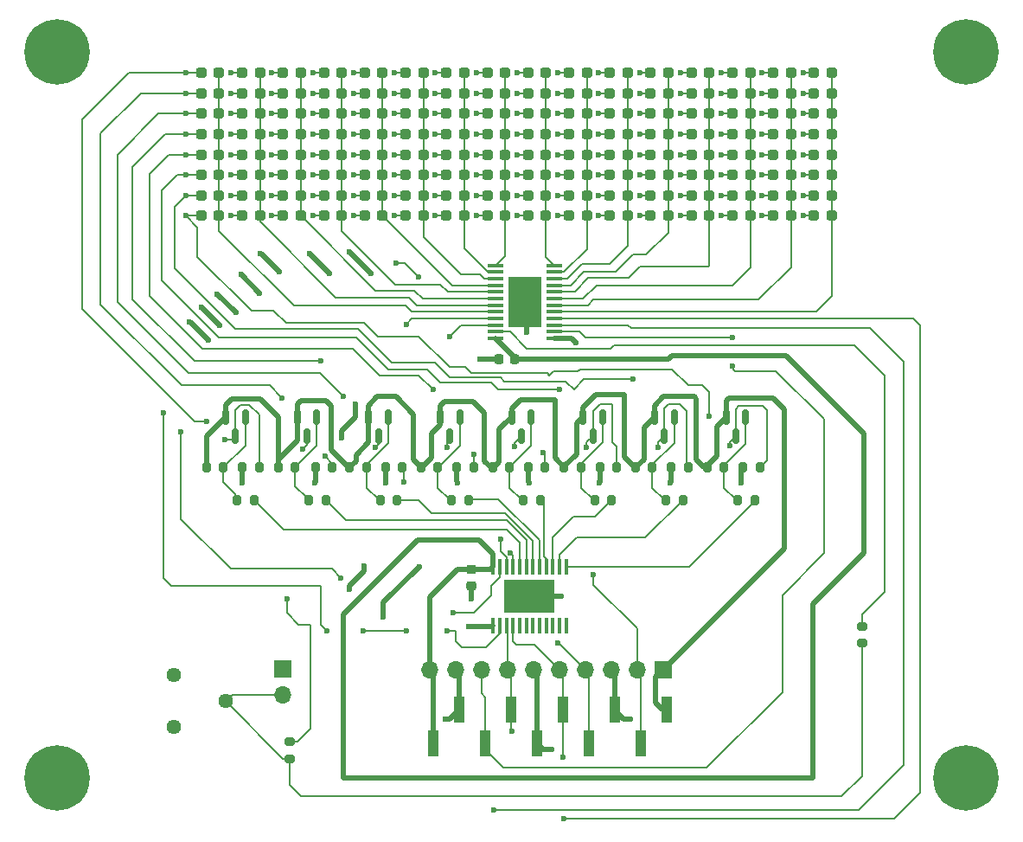
<source format=gbr>
%TF.GenerationSoftware,KiCad,Pcbnew,8.0.6*%
%TF.CreationDate,2024-11-26T09:23:38+00:00*%
%TF.ProjectId,stp16cp05_led_matrix_8x16_breakout_m0805,73747031-3663-4703-9035-5f6c65645f6d,v03*%
%TF.SameCoordinates,Original*%
%TF.FileFunction,Copper,L1,Top*%
%TF.FilePolarity,Positive*%
%FSLAX46Y46*%
G04 Gerber Fmt 4.6, Leading zero omitted, Abs format (unit mm)*
G04 Created by KiCad (PCBNEW 8.0.6) date 2024-11-26 09:23:38*
%MOMM*%
%LPD*%
G01*
G04 APERTURE LIST*
G04 Aperture macros list*
%AMRoundRect*
0 Rectangle with rounded corners*
0 $1 Rounding radius*
0 $2 $3 $4 $5 $6 $7 $8 $9 X,Y pos of 4 corners*
0 Add a 4 corners polygon primitive as box body*
4,1,4,$2,$3,$4,$5,$6,$7,$8,$9,$2,$3,0*
0 Add four circle primitives for the rounded corners*
1,1,$1+$1,$2,$3*
1,1,$1+$1,$4,$5*
1,1,$1+$1,$6,$7*
1,1,$1+$1,$8,$9*
0 Add four rect primitives between the rounded corners*
20,1,$1+$1,$2,$3,$4,$5,0*
20,1,$1+$1,$4,$5,$6,$7,0*
20,1,$1+$1,$6,$7,$8,$9,0*
20,1,$1+$1,$8,$9,$2,$3,0*%
G04 Aperture macros list end*
%TA.AperFunction,SMDPad,CuDef*%
%ADD10RoundRect,0.237500X0.287500X0.237500X-0.287500X0.237500X-0.287500X-0.237500X0.287500X-0.237500X0*%
%TD*%
%TA.AperFunction,SMDPad,CuDef*%
%ADD11RoundRect,0.150000X-0.150000X0.587500X-0.150000X-0.587500X0.150000X-0.587500X0.150000X0.587500X0*%
%TD*%
%TA.AperFunction,SMDPad,CuDef*%
%ADD12RoundRect,0.200000X-0.275000X0.200000X-0.275000X-0.200000X0.275000X-0.200000X0.275000X0.200000X0*%
%TD*%
%TA.AperFunction,SMDPad,CuDef*%
%ADD13R,1.000000X2.510000*%
%TD*%
%TA.AperFunction,SMDPad,CuDef*%
%ADD14RoundRect,0.200000X0.200000X0.275000X-0.200000X0.275000X-0.200000X-0.275000X0.200000X-0.275000X0*%
%TD*%
%TA.AperFunction,ComponentPad*%
%ADD15C,6.400000*%
%TD*%
%TA.AperFunction,SMDPad,CuDef*%
%ADD16RoundRect,0.200000X-0.200000X-0.275000X0.200000X-0.275000X0.200000X0.275000X-0.200000X0.275000X0*%
%TD*%
%TA.AperFunction,SMDPad,CuDef*%
%ADD17RoundRect,0.100000X0.675000X0.100000X-0.675000X0.100000X-0.675000X-0.100000X0.675000X-0.100000X0*%
%TD*%
%TA.AperFunction,HeatsinkPad*%
%ADD18R,3.200000X5.000000*%
%TD*%
%TA.AperFunction,ComponentPad*%
%ADD19R,1.700000X1.700000*%
%TD*%
%TA.AperFunction,ComponentPad*%
%ADD20O,1.700000X1.700000*%
%TD*%
%TA.AperFunction,SMDPad,CuDef*%
%ADD21RoundRect,0.200000X0.275000X-0.200000X0.275000X0.200000X-0.275000X0.200000X-0.275000X-0.200000X0*%
%TD*%
%TA.AperFunction,SMDPad,CuDef*%
%ADD22RoundRect,0.100000X0.100000X-0.675000X0.100000X0.675000X-0.100000X0.675000X-0.100000X-0.675000X0*%
%TD*%
%TA.AperFunction,HeatsinkPad*%
%ADD23R,5.000000X3.200000*%
%TD*%
%TA.AperFunction,ComponentPad*%
%ADD24C,1.440000*%
%TD*%
%TA.AperFunction,SMDPad,CuDef*%
%ADD25RoundRect,0.225000X-0.250000X0.225000X-0.250000X-0.225000X0.250000X-0.225000X0.250000X0.225000X0*%
%TD*%
%TA.AperFunction,SMDPad,CuDef*%
%ADD26RoundRect,0.225000X0.225000X0.250000X-0.225000X0.250000X-0.225000X-0.250000X0.225000X-0.250000X0*%
%TD*%
%TA.AperFunction,ViaPad*%
%ADD27C,0.600000*%
%TD*%
%TA.AperFunction,Conductor*%
%ADD28C,0.200000*%
%TD*%
%TA.AperFunction,Conductor*%
%ADD29C,0.500000*%
%TD*%
G04 APERTURE END LIST*
D10*
%TO.P,D701,1,K*%
%TO.N,/COL1*%
X160874999Y-62000000D03*
%TO.P,D701,2,A*%
%TO.N,/ROW7*%
X159125001Y-62000000D03*
%TD*%
D11*
%TO.P,Q4,1,G*%
%TO.N,Net-(Q4-G)*%
X184419999Y-83662501D03*
%TO.P,Q4,2,S*%
%TO.N,VCC*%
X182519999Y-83662501D03*
%TO.P,Q4,3,D*%
%TO.N,/ROW4*%
X183469999Y-85537502D03*
%TD*%
D12*
%TO.P,R26,1*%
%TO.N,/REXT2*%
X223800000Y-104175000D03*
%TO.P,R26,2*%
%TO.N,Net-(JP1-B)*%
X223800000Y-105825000D03*
%TD*%
D10*
%TO.P,D206,1,K*%
%TO.N,/COL6*%
X180874999Y-52000000D03*
%TO.P,D206,2,A*%
%TO.N,/ROW2*%
X179125001Y-52000000D03*
%TD*%
%TO.P,D408,1,K*%
%TO.N,/COL8*%
X188874999Y-56000000D03*
%TO.P,D408,2,A*%
%TO.N,/ROW4*%
X187125001Y-56000000D03*
%TD*%
%TO.P,D302,1,K*%
%TO.N,/COL2*%
X164874999Y-54000000D03*
%TO.P,D302,2,A*%
%TO.N,/ROW3*%
X163125001Y-54000000D03*
%TD*%
%TO.P,D212,1,K*%
%TO.N,/COL12*%
X204874999Y-52000000D03*
%TO.P,D212,2,A*%
%TO.N,/ROW2*%
X203125001Y-52000000D03*
%TD*%
D13*
%TO.P,J2,1,Pin_1*%
%TO.N,VCC*%
X204669999Y-112290000D03*
%TO.P,J2,2,Pin_2*%
%TO.N,/MISO*%
X202129999Y-115600000D03*
%TO.P,J2,3,Pin_3*%
%TO.N,GND*%
X199589999Y-112290000D03*
%TO.P,J2,4,Pin_4*%
%TO.N,/OE*%
X197049999Y-115600000D03*
%TO.P,J2,5,Pin_5*%
%TO.N,/LE*%
X194509999Y-112290000D03*
%TO.P,J2,6,Pin_6*%
%TO.N,GND*%
X191969999Y-115600000D03*
%TO.P,J2,7,Pin_7*%
%TO.N,/SCK*%
X189429999Y-112290000D03*
%TO.P,J2,8,Pin_8*%
%TO.N,/MOSI*%
X186889999Y-115600000D03*
%TO.P,J2,9,Pin_9*%
%TO.N,GND*%
X184349999Y-112290000D03*
%TO.P,J2,10,Pin_10*%
%TO.N,+3V3*%
X181809999Y-115600000D03*
%TD*%
D10*
%TO.P,D406,1,K*%
%TO.N,/COL6*%
X180874999Y-56000000D03*
%TO.P,D406,2,A*%
%TO.N,/ROW4*%
X179125001Y-56000000D03*
%TD*%
%TO.P,D312,1,K*%
%TO.N,/COL12*%
X204874999Y-54000000D03*
%TO.P,D312,2,A*%
%TO.N,/ROW3*%
X203125001Y-54000000D03*
%TD*%
%TO.P,D511,1,K*%
%TO.N,/COL11*%
X200874999Y-58000000D03*
%TO.P,D511,2,A*%
%TO.N,/ROW5*%
X199125001Y-58000000D03*
%TD*%
%TO.P,D115,1,K*%
%TO.N,/COL15*%
X216874999Y-50000000D03*
%TO.P,D115,2,A*%
%TO.N,/ROW1*%
X215125001Y-50000000D03*
%TD*%
%TO.P,D215,1,K*%
%TO.N,/COL15*%
X216874999Y-52000000D03*
%TO.P,D215,2,A*%
%TO.N,/ROW2*%
X215125001Y-52000000D03*
%TD*%
%TO.P,D401,1,K*%
%TO.N,/COL1*%
X160874999Y-56000000D03*
%TO.P,D401,2,A*%
%TO.N,/ROW4*%
X159125001Y-56000000D03*
%TD*%
%TO.P,D311,1,K*%
%TO.N,/COL11*%
X200874999Y-54000000D03*
%TO.P,D311,2,A*%
%TO.N,/ROW3*%
X199125001Y-54000000D03*
%TD*%
%TO.P,D810,1,K*%
%TO.N,/COL10*%
X196874999Y-64000000D03*
%TO.P,D810,2,A*%
%TO.N,/ROW8*%
X195125001Y-64000000D03*
%TD*%
%TO.P,D214,1,K*%
%TO.N,/COL14*%
X212874999Y-52000000D03*
%TO.P,D214,2,A*%
%TO.N,/ROW2*%
X211125001Y-52000000D03*
%TD*%
%TO.P,D605,1,K*%
%TO.N,/COL5*%
X176874999Y-60000000D03*
%TO.P,D605,2,A*%
%TO.N,/ROW6*%
X175125001Y-60000000D03*
%TD*%
D14*
%TO.P,R12,1*%
%TO.N,/~{OUT12}*%
X185300000Y-91800000D03*
%TO.P,R12,2*%
%TO.N,Net-(Q4-G)*%
X183650000Y-91800000D03*
%TD*%
D10*
%TO.P,D107,1,K*%
%TO.N,/COL7*%
X184874999Y-50000000D03*
%TO.P,D107,2,A*%
%TO.N,/ROW1*%
X183125001Y-50000000D03*
%TD*%
%TO.P,D501,1,K*%
%TO.N,/COL1*%
X160874999Y-58000000D03*
%TO.P,D501,2,A*%
%TO.N,/ROW5*%
X159125001Y-58000000D03*
%TD*%
%TO.P,D313,1,K*%
%TO.N,/COL13*%
X208874999Y-54000000D03*
%TO.P,D313,2,A*%
%TO.N,/ROW3*%
X207125001Y-54000000D03*
%TD*%
%TO.P,D813,1,K*%
%TO.N,/COL13*%
X208874999Y-64000000D03*
%TO.P,D813,2,A*%
%TO.N,/ROW8*%
X207125001Y-64000000D03*
%TD*%
%TO.P,D304,1,K*%
%TO.N,/COL4*%
X172874999Y-54000000D03*
%TO.P,D304,2,A*%
%TO.N,/ROW3*%
X171125001Y-54000000D03*
%TD*%
%TO.P,D516,1,K*%
%TO.N,/COL16*%
X220874999Y-58000000D03*
%TO.P,D516,2,A*%
%TO.N,/ROW5*%
X219125001Y-58000000D03*
%TD*%
%TO.P,D404,1,K*%
%TO.N,/COL4*%
X172874999Y-56000000D03*
%TO.P,D404,2,A*%
%TO.N,/ROW4*%
X171125001Y-56000000D03*
%TD*%
%TO.P,D414,1,K*%
%TO.N,/COL14*%
X212874999Y-56000000D03*
%TO.P,D414,2,A*%
%TO.N,/ROW4*%
X211125001Y-56000000D03*
%TD*%
%TO.P,D207,1,K*%
%TO.N,/COL7*%
X184874999Y-52000000D03*
%TO.P,D207,2,A*%
%TO.N,/ROW2*%
X183125001Y-52000000D03*
%TD*%
D14*
%TO.P,R6,1*%
%TO.N,/~{OUT14}*%
X171300000Y-91800000D03*
%TO.P,R6,2*%
%TO.N,Net-(Q2-G)*%
X169650000Y-91800000D03*
%TD*%
D10*
%TO.P,D610,1,K*%
%TO.N,/COL10*%
X196874999Y-60000000D03*
%TO.P,D610,2,A*%
%TO.N,/ROW6*%
X195125001Y-60000000D03*
%TD*%
%TO.P,D305,1,K*%
%TO.N,/COL5*%
X176874999Y-54000000D03*
%TO.P,D305,2,A*%
%TO.N,/ROW3*%
X175125001Y-54000000D03*
%TD*%
%TO.P,D715,1,K*%
%TO.N,/COL15*%
X216874999Y-62000000D03*
%TO.P,D715,2,A*%
%TO.N,/ROW7*%
X215125001Y-62000000D03*
%TD*%
%TO.P,D804,1,K*%
%TO.N,/COL4*%
X172874999Y-64000000D03*
%TO.P,D804,2,A*%
%TO.N,/ROW8*%
X171125001Y-64000000D03*
%TD*%
%TO.P,D210,1,K*%
%TO.N,/COL10*%
X196874999Y-52000000D03*
%TO.P,D210,2,A*%
%TO.N,/ROW2*%
X195125001Y-52000000D03*
%TD*%
%TO.P,D505,1,K*%
%TO.N,/COL5*%
X176874999Y-58000000D03*
%TO.P,D505,2,A*%
%TO.N,/ROW5*%
X175125001Y-58000000D03*
%TD*%
D14*
%TO.P,R2,1*%
%TO.N,Net-(Q1-G)*%
X161294999Y-88600001D03*
%TO.P,R2,2*%
%TO.N,VCC*%
X159644999Y-88600001D03*
%TD*%
D11*
%TO.P,Q1,1,G*%
%TO.N,Net-(Q1-G)*%
X163419999Y-83662501D03*
%TO.P,Q1,2,S*%
%TO.N,VCC*%
X161519999Y-83662501D03*
%TO.P,Q1,3,D*%
%TO.N,/ROW1*%
X162469999Y-85537502D03*
%TD*%
D15*
%TO.P,H2,1,1*%
%TO.N,GND*%
X234000000Y-48000000D03*
%TD*%
D10*
%TO.P,D510,1,K*%
%TO.N,/COL10*%
X196874999Y-58000000D03*
%TO.P,D510,2,A*%
%TO.N,/ROW5*%
X195125001Y-58000000D03*
%TD*%
%TO.P,D101,1,K*%
%TO.N,/COL1*%
X160874999Y-50000000D03*
%TO.P,D101,2,A*%
%TO.N,/ROW1*%
X159125001Y-50000000D03*
%TD*%
D16*
%TO.P,R7,1*%
%TO.N,GND*%
X177144999Y-88600001D03*
%TO.P,R7,2*%
%TO.N,/ROW3*%
X178794999Y-88600001D03*
%TD*%
D11*
%TO.P,Q8,1,G*%
%TO.N,Net-(Q8-G)*%
X212419999Y-83662501D03*
%TO.P,Q8,2,S*%
%TO.N,VCC*%
X210519999Y-83662501D03*
%TO.P,Q8,3,D*%
%TO.N,/ROW8*%
X211469999Y-85537502D03*
%TD*%
D10*
%TO.P,D405,1,K*%
%TO.N,/COL5*%
X176874999Y-56000000D03*
%TO.P,D405,2,A*%
%TO.N,/ROW4*%
X175125001Y-56000000D03*
%TD*%
%TO.P,D316,1,K*%
%TO.N,/COL16*%
X220874999Y-54000000D03*
%TO.P,D316,2,A*%
%TO.N,/ROW3*%
X219125001Y-54000000D03*
%TD*%
D17*
%TO.P,U2,1,GND*%
%TO.N,GND*%
X193700000Y-76000000D03*
%TO.P,U2,2,SDI*%
%TO.N,/MOSI*%
X193700000Y-75350000D03*
%TO.P,U2,3,CLK*%
%TO.N,/SCK*%
X193700000Y-74700000D03*
%TO.P,U2,4,LE/DM1*%
%TO.N,/LE*%
X193700000Y-74050000D03*
%TO.P,U2,5,~{OUT0}*%
%TO.N,/COL16*%
X193700000Y-73400000D03*
%TO.P,U2,6,~{OUT1}*%
%TO.N,/COL15*%
X193700000Y-72750000D03*
%TO.P,U2,7,~{OUT2}*%
%TO.N,/COL14*%
X193700000Y-72100000D03*
%TO.P,U2,8,~{OUT3}*%
%TO.N,/COL13*%
X193700000Y-71450000D03*
%TO.P,U2,9,~{OUT4}*%
%TO.N,/COL12*%
X193700000Y-70800000D03*
%TO.P,U2,10,~{OUT5}*%
%TO.N,/COL11*%
X193700000Y-70150000D03*
%TO.P,U2,11,~{OUT6}*%
%TO.N,/COL10*%
X193700000Y-69500000D03*
%TO.P,U2,12,~{OUT7}*%
%TO.N,/COL9*%
X193700000Y-68850000D03*
%TO.P,U2,13,~{OUT8}*%
%TO.N,/COL8*%
X187950000Y-68850000D03*
%TO.P,U2,14,~{OUT9}*%
%TO.N,/COL7*%
X187950000Y-69500000D03*
%TO.P,U2,15,~{OUT10}*%
%TO.N,/COL6*%
X187950000Y-70150000D03*
%TO.P,U2,16,~{OUT11}*%
%TO.N,/COL5*%
X187950000Y-70800000D03*
%TO.P,U2,17,~{OUT12}*%
%TO.N,/COL4*%
X187950000Y-71450000D03*
%TO.P,U2,18,~{OUT13}*%
%TO.N,/COL3*%
X187950000Y-72100000D03*
%TO.P,U2,19,~{OUT14}*%
%TO.N,/COL2*%
X187950000Y-72750000D03*
%TO.P,U2,20,~{OUT15}*%
%TO.N,/COL1*%
X187950000Y-73400000D03*
%TO.P,U2,21,~{OE/DM2}*%
%TO.N,/OE*%
X187950000Y-74050000D03*
%TO.P,U2,22,SDO*%
%TO.N,Net-(U1-SDI)*%
X187950000Y-74700000D03*
%TO.P,U2,23,R-EXT*%
%TO.N,/REXT2*%
X187950000Y-75350000D03*
%TO.P,U2,24,VDD*%
%TO.N,+3V3*%
X187950000Y-76000000D03*
D18*
%TO.P,U2,25,GND*%
%TO.N,GND*%
X190825000Y-72425000D03*
%TD*%
D14*
%TO.P,R23,1*%
%TO.N,Net-(Q8-G)*%
X210294999Y-88600000D03*
%TO.P,R23,2*%
%TO.N,VCC*%
X208644999Y-88600000D03*
%TD*%
%TO.P,R15,1*%
%TO.N,/~{OUT11}*%
X192300000Y-91800000D03*
%TO.P,R15,2*%
%TO.N,Net-(Q5-G)*%
X190650000Y-91800000D03*
%TD*%
D10*
%TO.P,D716,1,K*%
%TO.N,/COL16*%
X220874999Y-62000000D03*
%TO.P,D716,2,A*%
%TO.N,/ROW7*%
X219125001Y-62000000D03*
%TD*%
%TO.P,D713,1,K*%
%TO.N,/COL13*%
X208874999Y-62000000D03*
%TO.P,D713,2,A*%
%TO.N,/ROW7*%
X207125001Y-62000000D03*
%TD*%
%TO.P,D209,1,K*%
%TO.N,/COL9*%
X192874999Y-52000000D03*
%TO.P,D209,2,A*%
%TO.N,/ROW2*%
X191125001Y-52000000D03*
%TD*%
%TO.P,D606,1,K*%
%TO.N,/COL6*%
X180874999Y-60000000D03*
%TO.P,D606,2,A*%
%TO.N,/ROW6*%
X179125001Y-60000000D03*
%TD*%
%TO.P,D416,1,K*%
%TO.N,/COL16*%
X220874999Y-56000000D03*
%TO.P,D416,2,A*%
%TO.N,/ROW4*%
X219125001Y-56000000D03*
%TD*%
%TO.P,D208,1,K*%
%TO.N,/COL8*%
X188874999Y-52000000D03*
%TO.P,D208,2,A*%
%TO.N,/ROW2*%
X187125001Y-52000000D03*
%TD*%
D11*
%TO.P,Q3,1,G*%
%TO.N,Net-(Q3-G)*%
X177419999Y-83662501D03*
%TO.P,Q3,2,S*%
%TO.N,VCC*%
X175519999Y-83662501D03*
%TO.P,Q3,3,D*%
%TO.N,/ROW3*%
X176469999Y-85537502D03*
%TD*%
D10*
%TO.P,D504,1,K*%
%TO.N,/COL4*%
X172874999Y-58000000D03*
%TO.P,D504,2,A*%
%TO.N,/ROW5*%
X171125001Y-58000000D03*
%TD*%
D14*
%TO.P,R18,1*%
%TO.N,/~{OUT10}*%
X199300000Y-91800000D03*
%TO.P,R18,2*%
%TO.N,Net-(Q6-G)*%
X197650000Y-91800000D03*
%TD*%
D10*
%TO.P,D310,1,K*%
%TO.N,/COL10*%
X196874999Y-54000000D03*
%TO.P,D310,2,A*%
%TO.N,/ROW3*%
X195125001Y-54000000D03*
%TD*%
%TO.P,D509,1,K*%
%TO.N,/COL9*%
X192874999Y-58000000D03*
%TO.P,D509,2,A*%
%TO.N,/ROW5*%
X191125001Y-58000000D03*
%TD*%
%TO.P,D410,1,K*%
%TO.N,/COL10*%
X196874999Y-56000000D03*
%TO.P,D410,2,A*%
%TO.N,/ROW4*%
X195125001Y-56000000D03*
%TD*%
D14*
%TO.P,R21,1*%
%TO.N,/~{OUT9}*%
X206300000Y-91800000D03*
%TO.P,R21,2*%
%TO.N,Net-(Q7-G)*%
X204650000Y-91800000D03*
%TD*%
D16*
%TO.P,R13,1*%
%TO.N,GND*%
X191144999Y-88600001D03*
%TO.P,R13,2*%
%TO.N,/ROW5*%
X192794999Y-88600001D03*
%TD*%
D10*
%TO.P,D604,1,K*%
%TO.N,/COL4*%
X172874999Y-60000000D03*
%TO.P,D604,2,A*%
%TO.N,/ROW6*%
X171125001Y-60000000D03*
%TD*%
%TO.P,D602,1,K*%
%TO.N,/COL2*%
X164874999Y-60000000D03*
%TO.P,D602,2,A*%
%TO.N,/ROW6*%
X163125001Y-60000000D03*
%TD*%
%TO.P,D612,1,K*%
%TO.N,/COL12*%
X204874999Y-60000000D03*
%TO.P,D612,2,A*%
%TO.N,/ROW6*%
X203125001Y-60000000D03*
%TD*%
%TO.P,D603,1,K*%
%TO.N,/COL3*%
X168874999Y-60000000D03*
%TO.P,D603,2,A*%
%TO.N,/ROW6*%
X167125001Y-60000000D03*
%TD*%
D14*
%TO.P,R17,1*%
%TO.N,Net-(Q6-G)*%
X196295000Y-88600001D03*
%TO.P,R17,2*%
%TO.N,VCC*%
X194645000Y-88600001D03*
%TD*%
D15*
%TO.P,H4,1,1*%
%TO.N,GND*%
X234000000Y-119000000D03*
%TD*%
D14*
%TO.P,R9,1*%
%TO.N,/~{OUT13}*%
X178300000Y-91800000D03*
%TO.P,R9,2*%
%TO.N,Net-(Q3-G)*%
X176650000Y-91800000D03*
%TD*%
D10*
%TO.P,D211,1,K*%
%TO.N,/COL11*%
X200874999Y-52000000D03*
%TO.P,D211,2,A*%
%TO.N,/ROW2*%
X199125001Y-52000000D03*
%TD*%
%TO.P,D201,1,K*%
%TO.N,/COL1*%
X160874999Y-52000000D03*
%TO.P,D201,2,A*%
%TO.N,/ROW2*%
X159125001Y-52000000D03*
%TD*%
%TO.P,D816,1,K*%
%TO.N,/COL16*%
X220874999Y-64000000D03*
%TO.P,D816,2,A*%
%TO.N,/ROW8*%
X219125001Y-64000000D03*
%TD*%
%TO.P,D507,1,K*%
%TO.N,/COL7*%
X184874999Y-58000000D03*
%TO.P,D507,2,A*%
%TO.N,/ROW5*%
X183125001Y-58000000D03*
%TD*%
%TO.P,D508,1,K*%
%TO.N,/COL8*%
X188874999Y-58000000D03*
%TO.P,D508,2,A*%
%TO.N,/ROW5*%
X187125001Y-58000000D03*
%TD*%
%TO.P,D512,1,K*%
%TO.N,/COL12*%
X204874999Y-58000000D03*
%TO.P,D512,2,A*%
%TO.N,/ROW5*%
X203125001Y-58000000D03*
%TD*%
%TO.P,D802,1,K*%
%TO.N,/COL2*%
X164874999Y-64000000D03*
%TO.P,D802,2,A*%
%TO.N,/ROW8*%
X163125001Y-64000000D03*
%TD*%
%TO.P,D105,1,K*%
%TO.N,/COL5*%
X176874999Y-50000000D03*
%TO.P,D105,2,A*%
%TO.N,/ROW1*%
X175125001Y-50000000D03*
%TD*%
D14*
%TO.P,R24,1*%
%TO.N,/~{OUT8}*%
X213300000Y-91800000D03*
%TO.P,R24,2*%
%TO.N,Net-(Q8-G)*%
X211650000Y-91800000D03*
%TD*%
D19*
%TO.P,J1,1,Pin_1*%
%TO.N,VCC*%
X204320000Y-108400000D03*
D20*
%TO.P,J1,2,Pin_2*%
%TO.N,/MISO*%
X201780000Y-108400000D03*
%TO.P,J1,3,Pin_3*%
%TO.N,GND*%
X199240001Y-108400000D03*
%TO.P,J1,4,Pin_4*%
%TO.N,/OE*%
X196700000Y-108400000D03*
%TO.P,J1,5,Pin_5*%
%TO.N,/LE*%
X194160000Y-108400000D03*
%TO.P,J1,6,Pin_6*%
%TO.N,GND*%
X191620000Y-108400000D03*
%TO.P,J1,7,Pin_7*%
%TO.N,/SCK*%
X189080000Y-108400000D03*
%TO.P,J1,8,Pin_8*%
%TO.N,/MOSI*%
X186539999Y-108400000D03*
%TO.P,J1,9,Pin_9*%
%TO.N,GND*%
X184000000Y-108400000D03*
%TO.P,J1,10,Pin_10*%
%TO.N,+3V3*%
X181460000Y-108400000D03*
%TD*%
D11*
%TO.P,Q6,1,G*%
%TO.N,Net-(Q6-G)*%
X198419999Y-83662501D03*
%TO.P,Q6,2,S*%
%TO.N,VCC*%
X196519999Y-83662501D03*
%TO.P,Q6,3,D*%
%TO.N,/ROW6*%
X197469999Y-85537502D03*
%TD*%
D10*
%TO.P,D710,1,K*%
%TO.N,/COL10*%
X196874999Y-62000000D03*
%TO.P,D710,2,A*%
%TO.N,/ROW7*%
X195125001Y-62000000D03*
%TD*%
%TO.P,D712,1,K*%
%TO.N,/COL12*%
X204874999Y-62000000D03*
%TO.P,D712,2,A*%
%TO.N,/ROW7*%
X203125001Y-62000000D03*
%TD*%
%TO.P,D102,1,K*%
%TO.N,/COL2*%
X164874999Y-50000000D03*
%TO.P,D102,2,A*%
%TO.N,/ROW1*%
X163125001Y-50000000D03*
%TD*%
%TO.P,D709,1,K*%
%TO.N,/COL9*%
X192874999Y-62000000D03*
%TO.P,D709,2,A*%
%TO.N,/ROW7*%
X191125001Y-62000000D03*
%TD*%
D16*
%TO.P,R10,1*%
%TO.N,GND*%
X184144999Y-88600000D03*
%TO.P,R10,2*%
%TO.N,/ROW4*%
X185794999Y-88600000D03*
%TD*%
D10*
%TO.P,D811,1,K*%
%TO.N,/COL11*%
X200874999Y-64000000D03*
%TO.P,D811,2,A*%
%TO.N,/ROW8*%
X199125001Y-64000000D03*
%TD*%
%TO.P,D711,1,K*%
%TO.N,/COL11*%
X200874999Y-62000000D03*
%TO.P,D711,2,A*%
%TO.N,/ROW7*%
X199125001Y-62000000D03*
%TD*%
%TO.P,D106,1,K*%
%TO.N,/COL6*%
X180874999Y-50000000D03*
%TO.P,D106,2,A*%
%TO.N,/ROW1*%
X179125001Y-50000000D03*
%TD*%
%TO.P,D616,1,K*%
%TO.N,/COL16*%
X220874999Y-60000000D03*
%TO.P,D616,2,A*%
%TO.N,/ROW6*%
X219125001Y-60000000D03*
%TD*%
%TO.P,D705,1,K*%
%TO.N,/COL5*%
X176874999Y-62000000D03*
%TO.P,D705,2,A*%
%TO.N,/ROW7*%
X175125001Y-62000000D03*
%TD*%
%TO.P,D614,1,K*%
%TO.N,/COL14*%
X212874999Y-60000000D03*
%TO.P,D614,2,A*%
%TO.N,/ROW6*%
X211125001Y-60000000D03*
%TD*%
%TO.P,D608,1,K*%
%TO.N,/COL8*%
X188874999Y-60000000D03*
%TO.P,D608,2,A*%
%TO.N,/ROW6*%
X187125001Y-60000000D03*
%TD*%
%TO.P,D306,1,K*%
%TO.N,/COL6*%
X180874999Y-54000000D03*
%TO.P,D306,2,A*%
%TO.N,/ROW3*%
X179125001Y-54000000D03*
%TD*%
%TO.P,D613,1,K*%
%TO.N,/COL13*%
X208874999Y-60000000D03*
%TO.P,D613,2,A*%
%TO.N,/ROW6*%
X207125001Y-60000000D03*
%TD*%
%TO.P,D812,1,K*%
%TO.N,/COL12*%
X204874999Y-64000000D03*
%TO.P,D812,2,A*%
%TO.N,/ROW8*%
X203125001Y-64000000D03*
%TD*%
%TO.P,D213,1,K*%
%TO.N,/COL13*%
X208874999Y-52000000D03*
%TO.P,D213,2,A*%
%TO.N,/ROW2*%
X207125001Y-52000000D03*
%TD*%
%TO.P,D112,1,K*%
%TO.N,/COL12*%
X204874999Y-50000000D03*
%TO.P,D112,2,A*%
%TO.N,/ROW1*%
X203125001Y-50000000D03*
%TD*%
%TO.P,D111,1,K*%
%TO.N,/COL11*%
X200874999Y-50000000D03*
%TO.P,D111,2,A*%
%TO.N,/ROW1*%
X199125001Y-50000000D03*
%TD*%
%TO.P,D502,1,K*%
%TO.N,/COL2*%
X164874999Y-58000000D03*
%TO.P,D502,2,A*%
%TO.N,/ROW5*%
X163125001Y-58000000D03*
%TD*%
%TO.P,D815,1,K*%
%TO.N,/COL15*%
X216874999Y-64000000D03*
%TO.P,D815,2,A*%
%TO.N,/ROW8*%
X215125001Y-64000000D03*
%TD*%
%TO.P,D411,1,K*%
%TO.N,/COL11*%
X200874999Y-56000000D03*
%TO.P,D411,2,A*%
%TO.N,/ROW4*%
X199125001Y-56000000D03*
%TD*%
D21*
%TO.P,R25,1*%
%TO.N,Net-(JP1-B)*%
X167800000Y-117100000D03*
%TO.P,R25,2*%
%TO.N,/REXT1*%
X167800000Y-115450000D03*
%TD*%
D10*
%TO.P,D506,1,K*%
%TO.N,/COL6*%
X180874999Y-58000000D03*
%TO.P,D506,2,A*%
%TO.N,/ROW5*%
X179125001Y-58000000D03*
%TD*%
D14*
%TO.P,R11,1*%
%TO.N,Net-(Q4-G)*%
X182294999Y-88600001D03*
%TO.P,R11,2*%
%TO.N,VCC*%
X180644999Y-88600001D03*
%TD*%
%TO.P,R14,1*%
%TO.N,Net-(Q5-G)*%
X189294999Y-88600001D03*
%TO.P,R14,2*%
%TO.N,VCC*%
X187644999Y-88600001D03*
%TD*%
D10*
%TO.P,D314,1,K*%
%TO.N,/COL14*%
X212874999Y-54000000D03*
%TO.P,D314,2,A*%
%TO.N,/ROW3*%
X211125001Y-54000000D03*
%TD*%
%TO.P,D611,1,K*%
%TO.N,/COL11*%
X200874999Y-60000000D03*
%TO.P,D611,2,A*%
%TO.N,/ROW6*%
X199125001Y-60000000D03*
%TD*%
%TO.P,D702,1,K*%
%TO.N,/COL2*%
X164874999Y-62000000D03*
%TO.P,D702,2,A*%
%TO.N,/ROW7*%
X163125001Y-62000000D03*
%TD*%
%TO.P,D415,1,K*%
%TO.N,/COL15*%
X216874999Y-56000000D03*
%TO.P,D415,2,A*%
%TO.N,/ROW4*%
X215125001Y-56000000D03*
%TD*%
D14*
%TO.P,R20,1*%
%TO.N,Net-(Q7-G)*%
X203294999Y-88600001D03*
%TO.P,R20,2*%
%TO.N,VCC*%
X201644999Y-88600001D03*
%TD*%
D10*
%TO.P,D714,1,K*%
%TO.N,/COL14*%
X212874999Y-62000000D03*
%TO.P,D714,2,A*%
%TO.N,/ROW7*%
X211125001Y-62000000D03*
%TD*%
%TO.P,D307,1,K*%
%TO.N,/COL7*%
X184874999Y-54000000D03*
%TO.P,D307,2,A*%
%TO.N,/ROW3*%
X183125001Y-54000000D03*
%TD*%
%TO.P,D615,1,K*%
%TO.N,/COL15*%
X216874999Y-60000000D03*
%TO.P,D615,2,A*%
%TO.N,/ROW6*%
X215125001Y-60000000D03*
%TD*%
D22*
%TO.P,U1,1,GND*%
%TO.N,GND*%
X187694999Y-104075000D03*
%TO.P,U1,2,SDI*%
%TO.N,Net-(U1-SDI)*%
X188344999Y-104075000D03*
%TO.P,U1,3,CLK*%
%TO.N,/SCK*%
X188994999Y-104075000D03*
%TO.P,U1,4,LE/DM1*%
%TO.N,/LE*%
X189644998Y-104075000D03*
%TO.P,U1,5,~{OUT0}*%
%TO.N,unconnected-(U1-~{OUT0}-Pad5)*%
X190294999Y-104075000D03*
%TO.P,U1,6,~{OUT1}*%
%TO.N,unconnected-(U1-~{OUT1}-Pad6)*%
X190944999Y-104075000D03*
%TO.P,U1,7,~{OUT2}*%
%TO.N,unconnected-(U1-~{OUT2}-Pad7)*%
X191594999Y-104075000D03*
%TO.P,U1,8,~{OUT3}*%
%TO.N,unconnected-(U1-~{OUT3}-Pad8)*%
X192244999Y-104075000D03*
%TO.P,U1,9,~{OUT4}*%
%TO.N,unconnected-(U1-~{OUT4}-Pad9)*%
X192895000Y-104075000D03*
%TO.P,U1,10,~{OUT5}*%
%TO.N,unconnected-(U1-~{OUT5}-Pad10)*%
X193544999Y-104075000D03*
%TO.P,U1,11,~{OUT6}*%
%TO.N,unconnected-(U1-~{OUT6}-Pad11)*%
X194194999Y-104075000D03*
%TO.P,U1,12,~{OUT7}*%
%TO.N,unconnected-(U1-~{OUT7}-Pad12)*%
X194844999Y-104075000D03*
%TO.P,U1,13,~{OUT8}*%
%TO.N,/~{OUT8}*%
X194844999Y-98325000D03*
%TO.P,U1,14,~{OUT9}*%
%TO.N,/~{OUT9}*%
X194194999Y-98325000D03*
%TO.P,U1,15,~{OUT10}*%
%TO.N,/~{OUT10}*%
X193544999Y-98325000D03*
%TO.P,U1,16,~{OUT11}*%
%TO.N,/~{OUT11}*%
X192895000Y-98325000D03*
%TO.P,U1,17,~{OUT12}*%
%TO.N,/~{OUT12}*%
X192244999Y-98325000D03*
%TO.P,U1,18,~{OUT13}*%
%TO.N,/~{OUT13}*%
X191594999Y-98325000D03*
%TO.P,U1,19,~{OUT14}*%
%TO.N,/~{OUT14}*%
X190944999Y-98325000D03*
%TO.P,U1,20,~{OUT15}*%
%TO.N,/~{OUT15}*%
X190294999Y-98325000D03*
%TO.P,U1,21,~{OE/DM2}*%
%TO.N,/OE*%
X189644998Y-98325000D03*
%TO.P,U1,22,SDO*%
%TO.N,/MISO*%
X188994999Y-98325000D03*
%TO.P,U1,23,R-EXT*%
%TO.N,/REXT1*%
X188344999Y-98325000D03*
%TO.P,U1,24,VDD*%
%TO.N,+3V3*%
X187694999Y-98325000D03*
D23*
%TO.P,U1,25,GND*%
%TO.N,GND*%
X191269999Y-101200000D03*
%TD*%
D10*
%TO.P,D203,1,K*%
%TO.N,/COL3*%
X168874999Y-52000000D03*
%TO.P,D203,2,A*%
%TO.N,/ROW2*%
X167125001Y-52000000D03*
%TD*%
D14*
%TO.P,R8,1*%
%TO.N,Net-(Q3-G)*%
X175294999Y-88600001D03*
%TO.P,R8,2*%
%TO.N,VCC*%
X173644999Y-88600001D03*
%TD*%
D10*
%TO.P,D108,1,K*%
%TO.N,/COL8*%
X188874999Y-50000000D03*
%TO.P,D108,2,A*%
%TO.N,/ROW1*%
X187125001Y-50000000D03*
%TD*%
D16*
%TO.P,R22,1*%
%TO.N,GND*%
X212144999Y-88600001D03*
%TO.P,R22,2*%
%TO.N,/ROW8*%
X213794999Y-88600001D03*
%TD*%
D10*
%TO.P,D315,1,K*%
%TO.N,/COL15*%
X216874999Y-54000000D03*
%TO.P,D315,2,A*%
%TO.N,/ROW3*%
X215125001Y-54000000D03*
%TD*%
%TO.P,D303,1,K*%
%TO.N,/COL3*%
X168874999Y-54000000D03*
%TO.P,D303,2,A*%
%TO.N,/ROW3*%
X167125001Y-54000000D03*
%TD*%
D14*
%TO.P,R3,1*%
%TO.N,/~{OUT15}*%
X164300000Y-91800000D03*
%TO.P,R3,2*%
%TO.N,Net-(Q1-G)*%
X162650000Y-91800000D03*
%TD*%
D10*
%TO.P,D409,1,K*%
%TO.N,/COL9*%
X192874999Y-56000000D03*
%TO.P,D409,2,A*%
%TO.N,/ROW4*%
X191125001Y-56000000D03*
%TD*%
%TO.P,D805,1,K*%
%TO.N,/COL5*%
X176874999Y-64000000D03*
%TO.P,D805,2,A*%
%TO.N,/ROW8*%
X175125001Y-64000000D03*
%TD*%
%TO.P,D301,1,K*%
%TO.N,/COL1*%
X160874999Y-54000000D03*
%TO.P,D301,2,A*%
%TO.N,/ROW3*%
X159125001Y-54000000D03*
%TD*%
%TO.P,D109,1,K*%
%TO.N,/COL9*%
X192874999Y-50000000D03*
%TO.P,D109,2,A*%
%TO.N,/ROW1*%
X191125001Y-50000000D03*
%TD*%
D14*
%TO.P,R5,1*%
%TO.N,Net-(Q2-G)*%
X168294999Y-88600001D03*
%TO.P,R5,2*%
%TO.N,VCC*%
X166644999Y-88600001D03*
%TD*%
D10*
%TO.P,D707,1,K*%
%TO.N,/COL7*%
X184874999Y-62000000D03*
%TO.P,D707,2,A*%
%TO.N,/ROW7*%
X183125001Y-62000000D03*
%TD*%
D24*
%TO.P,RV1,1,1*%
%TO.N,GND*%
X156420000Y-114040000D03*
%TO.P,RV1,2,2*%
%TO.N,Net-(JP1-B)*%
X161500000Y-111500000D03*
%TO.P,RV1,3,3*%
%TO.N,unconnected-(RV1-Pad3)*%
X156420000Y-108960000D03*
%TD*%
D10*
%TO.P,D308,1,K*%
%TO.N,/COL8*%
X188874999Y-54000000D03*
%TO.P,D308,2,A*%
%TO.N,/ROW3*%
X187125001Y-54000000D03*
%TD*%
%TO.P,D808,1,K*%
%TO.N,/COL8*%
X188874999Y-64000000D03*
%TO.P,D808,2,A*%
%TO.N,/ROW8*%
X187125001Y-64000000D03*
%TD*%
D16*
%TO.P,R1,1*%
%TO.N,GND*%
X163144999Y-88600001D03*
%TO.P,R1,2*%
%TO.N,/ROW1*%
X164794999Y-88600001D03*
%TD*%
D10*
%TO.P,D609,1,K*%
%TO.N,/COL9*%
X192874999Y-60000000D03*
%TO.P,D609,2,A*%
%TO.N,/ROW6*%
X191125001Y-60000000D03*
%TD*%
%TO.P,D514,1,K*%
%TO.N,/COL14*%
X212874999Y-58000000D03*
%TO.P,D514,2,A*%
%TO.N,/ROW5*%
X211125001Y-58000000D03*
%TD*%
%TO.P,D807,1,K*%
%TO.N,/COL7*%
X184874999Y-64000000D03*
%TO.P,D807,2,A*%
%TO.N,/ROW8*%
X183125001Y-64000000D03*
%TD*%
%TO.P,D607,1,K*%
%TO.N,/COL7*%
X184874999Y-60000000D03*
%TO.P,D607,2,A*%
%TO.N,/ROW6*%
X183125001Y-60000000D03*
%TD*%
%TO.P,D205,1,K*%
%TO.N,/COL5*%
X176874999Y-52000000D03*
%TO.P,D205,2,A*%
%TO.N,/ROW2*%
X175125001Y-52000000D03*
%TD*%
%TO.P,D202,1,K*%
%TO.N,/COL2*%
X164874999Y-52000000D03*
%TO.P,D202,2,A*%
%TO.N,/ROW2*%
X163125001Y-52000000D03*
%TD*%
%TO.P,D402,1,K*%
%TO.N,/COL2*%
X164874999Y-56000000D03*
%TO.P,D402,2,A*%
%TO.N,/ROW4*%
X163125001Y-56000000D03*
%TD*%
D16*
%TO.P,R19,1*%
%TO.N,GND*%
X205144999Y-88600001D03*
%TO.P,R19,2*%
%TO.N,/ROW7*%
X206794999Y-88600001D03*
%TD*%
D10*
%TO.P,D114,1,K*%
%TO.N,/COL14*%
X212874999Y-50000000D03*
%TO.P,D114,2,A*%
%TO.N,/ROW1*%
X211125001Y-50000000D03*
%TD*%
D19*
%TO.P,JP1,1,A*%
%TO.N,GND*%
X167100000Y-108300000D03*
D20*
%TO.P,JP1,2,B*%
%TO.N,Net-(JP1-B)*%
X167100000Y-110840000D03*
%TD*%
D25*
%TO.P,C2,1*%
%TO.N,+3V3*%
X185600000Y-98625000D03*
%TO.P,C2,2*%
%TO.N,GND*%
X185600000Y-100175000D03*
%TD*%
D10*
%TO.P,D309,1,K*%
%TO.N,/COL9*%
X192874999Y-54000000D03*
%TO.P,D309,2,A*%
%TO.N,/ROW3*%
X191125001Y-54000000D03*
%TD*%
%TO.P,D809,1,K*%
%TO.N,/COL9*%
X192874999Y-64000000D03*
%TO.P,D809,2,A*%
%TO.N,/ROW8*%
X191125001Y-64000000D03*
%TD*%
%TO.P,D801,1,K*%
%TO.N,/COL1*%
X160874999Y-64000000D03*
%TO.P,D801,2,A*%
%TO.N,/ROW8*%
X159125001Y-64000000D03*
%TD*%
D15*
%TO.P,H1,1,1*%
%TO.N,GND*%
X145000000Y-48000000D03*
%TD*%
D10*
%TO.P,D413,1,K*%
%TO.N,/COL13*%
X208874999Y-56000000D03*
%TO.P,D413,2,A*%
%TO.N,/ROW4*%
X207125001Y-56000000D03*
%TD*%
%TO.P,D803,1,K*%
%TO.N,/COL3*%
X168874999Y-64000000D03*
%TO.P,D803,2,A*%
%TO.N,/ROW8*%
X167125001Y-64000000D03*
%TD*%
%TO.P,D513,1,K*%
%TO.N,/COL13*%
X208874999Y-58000000D03*
%TO.P,D513,2,A*%
%TO.N,/ROW5*%
X207125001Y-58000000D03*
%TD*%
%TO.P,D703,1,K*%
%TO.N,/COL3*%
X168874999Y-62000000D03*
%TO.P,D703,2,A*%
%TO.N,/ROW7*%
X167125001Y-62000000D03*
%TD*%
D15*
%TO.P,H3,1,1*%
%TO.N,GND*%
X145000000Y-119000000D03*
%TD*%
D10*
%TO.P,D706,1,K*%
%TO.N,/COL6*%
X180874999Y-62000000D03*
%TO.P,D706,2,A*%
%TO.N,/ROW7*%
X179125001Y-62000000D03*
%TD*%
%TO.P,D601,1,K*%
%TO.N,/COL1*%
X160874999Y-60000000D03*
%TO.P,D601,2,A*%
%TO.N,/ROW6*%
X159125001Y-60000000D03*
%TD*%
%TO.P,D708,1,K*%
%TO.N,/COL8*%
X188874999Y-62000000D03*
%TO.P,D708,2,A*%
%TO.N,/ROW7*%
X187125001Y-62000000D03*
%TD*%
%TO.P,D515,1,K*%
%TO.N,/COL15*%
X216874999Y-58000000D03*
%TO.P,D515,2,A*%
%TO.N,/ROW5*%
X215125001Y-58000000D03*
%TD*%
%TO.P,D704,1,K*%
%TO.N,/COL4*%
X172874999Y-62000000D03*
%TO.P,D704,2,A*%
%TO.N,/ROW7*%
X171125001Y-62000000D03*
%TD*%
%TO.P,D806,1,K*%
%TO.N,/COL6*%
X180874999Y-64000000D03*
%TO.P,D806,2,A*%
%TO.N,/ROW8*%
X179125001Y-64000000D03*
%TD*%
D16*
%TO.P,R4,1*%
%TO.N,GND*%
X170315000Y-88600001D03*
%TO.P,R4,2*%
%TO.N,/ROW2*%
X171965000Y-88600001D03*
%TD*%
D11*
%TO.P,Q7,1,G*%
%TO.N,Net-(Q7-G)*%
X205419999Y-83662501D03*
%TO.P,Q7,2,S*%
%TO.N,VCC*%
X203519999Y-83662501D03*
%TO.P,Q7,3,D*%
%TO.N,/ROW7*%
X204469999Y-85537502D03*
%TD*%
D16*
%TO.P,R16,1*%
%TO.N,GND*%
X198144998Y-88600001D03*
%TO.P,R16,2*%
%TO.N,/ROW6*%
X199794998Y-88600001D03*
%TD*%
D10*
%TO.P,D104,1,K*%
%TO.N,/COL4*%
X172874999Y-50000000D03*
%TO.P,D104,2,A*%
%TO.N,/ROW1*%
X171125001Y-50000000D03*
%TD*%
%TO.P,D407,1,K*%
%TO.N,/COL7*%
X184874999Y-56000000D03*
%TO.P,D407,2,A*%
%TO.N,/ROW4*%
X183125001Y-56000000D03*
%TD*%
%TO.P,D103,1,K*%
%TO.N,/COL3*%
X168874999Y-50000000D03*
%TO.P,D103,2,A*%
%TO.N,/ROW1*%
X167125001Y-50000000D03*
%TD*%
%TO.P,D403,1,K*%
%TO.N,/COL3*%
X168874999Y-56000000D03*
%TO.P,D403,2,A*%
%TO.N,/ROW4*%
X167125001Y-56000000D03*
%TD*%
%TO.P,D116,1,K*%
%TO.N,/COL16*%
X220874999Y-50000000D03*
%TO.P,D116,2,A*%
%TO.N,/ROW1*%
X219125001Y-50000000D03*
%TD*%
%TO.P,D216,1,K*%
%TO.N,/COL16*%
X220874999Y-52000000D03*
%TO.P,D216,2,A*%
%TO.N,/ROW2*%
X219125001Y-52000000D03*
%TD*%
%TO.P,D204,1,K*%
%TO.N,/COL4*%
X172874999Y-52000000D03*
%TO.P,D204,2,A*%
%TO.N,/ROW2*%
X171125001Y-52000000D03*
%TD*%
%TO.P,D412,1,K*%
%TO.N,/COL12*%
X204874999Y-56000000D03*
%TO.P,D412,2,A*%
%TO.N,/ROW4*%
X203125001Y-56000000D03*
%TD*%
%TO.P,D113,1,K*%
%TO.N,/COL13*%
X208874999Y-50000000D03*
%TO.P,D113,2,A*%
%TO.N,/ROW1*%
X207125001Y-50000000D03*
%TD*%
D11*
%TO.P,Q2,1,G*%
%TO.N,Net-(Q2-G)*%
X170419999Y-83662501D03*
%TO.P,Q2,2,S*%
%TO.N,VCC*%
X168519999Y-83662501D03*
%TO.P,Q2,3,D*%
%TO.N,/ROW2*%
X169469999Y-85537502D03*
%TD*%
D10*
%TO.P,D503,1,K*%
%TO.N,/COL3*%
X168874999Y-58000000D03*
%TO.P,D503,2,A*%
%TO.N,/ROW5*%
X167125001Y-58000000D03*
%TD*%
D26*
%TO.P,C3,1*%
%TO.N,+3V3*%
X189800000Y-78000000D03*
%TO.P,C3,2*%
%TO.N,GND*%
X188250000Y-78000000D03*
%TD*%
D10*
%TO.P,D110,1,K*%
%TO.N,/COL10*%
X196874999Y-50000000D03*
%TO.P,D110,2,A*%
%TO.N,/ROW1*%
X195125001Y-50000000D03*
%TD*%
D11*
%TO.P,Q5,1,G*%
%TO.N,Net-(Q5-G)*%
X191419999Y-83662501D03*
%TO.P,Q5,2,S*%
%TO.N,VCC*%
X189519999Y-83662501D03*
%TO.P,Q5,3,D*%
%TO.N,/ROW5*%
X190469999Y-85537502D03*
%TD*%
D10*
%TO.P,D814,1,K*%
%TO.N,/COL14*%
X212874999Y-64000000D03*
%TO.P,D814,2,A*%
%TO.N,/ROW8*%
X211125001Y-64000000D03*
%TD*%
D27*
%TO.N,GND*%
X195800000Y-76400000D03*
X169750000Y-67650000D03*
X183000000Y-113200000D03*
X174250000Y-82400000D03*
X185600000Y-101500000D03*
X163100000Y-90100000D03*
X205000000Y-90100000D03*
X163000000Y-69750000D03*
X160950000Y-74750000D03*
X173650000Y-67500000D03*
X171700000Y-69650000D03*
X201100000Y-113200000D03*
X193400000Y-116200000D03*
X212000000Y-90100000D03*
X164800000Y-71550000D03*
X166750000Y-69450000D03*
X157950000Y-74350000D03*
X185300000Y-104200000D03*
X172850000Y-85700000D03*
X191200000Y-90100000D03*
X159100000Y-72950000D03*
X159800000Y-76150000D03*
X184200000Y-90100000D03*
X177200000Y-90100000D03*
X176950000Y-103250000D03*
X173600000Y-100500000D03*
X194400000Y-101200000D03*
X162500000Y-73450000D03*
X186400000Y-78000000D03*
X160650000Y-71650000D03*
X191000000Y-75400000D03*
X164900000Y-67650000D03*
X198100000Y-90100000D03*
X175700000Y-69650000D03*
X170200000Y-90100000D03*
X175050000Y-98250000D03*
X180450000Y-98350000D03*
%TO.N,/ROW1*%
X202030229Y-50000000D03*
X190021667Y-50005088D03*
X210035937Y-50000000D03*
X174034455Y-50000000D03*
X198027375Y-50000000D03*
X206033083Y-50000000D03*
X186043017Y-50000000D03*
X157600000Y-50000000D03*
X194024521Y-50000000D03*
X218041650Y-50000000D03*
X162025893Y-50000000D03*
X166028747Y-50000000D03*
X182040163Y-50000000D03*
X178037309Y-50000000D03*
X159656618Y-84127439D03*
X161469999Y-85900002D03*
X170031601Y-50000000D03*
X214038791Y-50000000D03*
%TO.N,/ROW2*%
X202030229Y-52000000D03*
X214038791Y-52000000D03*
X218041650Y-52000000D03*
X190021667Y-52000000D03*
X174034455Y-52000000D03*
X171221400Y-87528400D03*
X206033083Y-52000000D03*
X178037309Y-52000000D03*
X210035937Y-52000000D03*
X162025893Y-52000000D03*
X157600000Y-52000000D03*
X198027375Y-52000000D03*
X186043017Y-52000000D03*
X167000000Y-81800000D03*
X194024521Y-52000000D03*
X170031601Y-52000000D03*
X182040163Y-52000000D03*
X169011600Y-86817200D03*
X166028747Y-52000000D03*
%TO.N,/ROW3*%
X170031601Y-54000000D03*
X166028747Y-54000000D03*
X157600000Y-54000000D03*
X218041650Y-54000000D03*
X174034455Y-54000000D03*
X178037309Y-54000000D03*
X198027375Y-54000000D03*
X162025893Y-54000000D03*
X176123600Y-86664800D03*
X182040163Y-54000000D03*
X186043017Y-54000000D03*
X173000000Y-81700000D03*
X210035937Y-54000000D03*
X206033083Y-54000000D03*
X194024521Y-54000000D03*
X178917600Y-90068400D03*
X190021667Y-54005088D03*
X202030229Y-54000000D03*
X214038791Y-54000000D03*
%TO.N,/ROW4*%
X214038791Y-56000000D03*
X170800000Y-78200000D03*
X162025893Y-56000000D03*
X157600000Y-56000000D03*
X174034455Y-56000000D03*
X166028747Y-56000000D03*
X185800000Y-87300000D03*
X202030229Y-56000000D03*
X218041650Y-56000000D03*
X190021667Y-56000000D03*
X182040163Y-56000000D03*
X186043017Y-56000000D03*
X210035937Y-56000000D03*
X198027375Y-56000000D03*
X183184800Y-86614000D03*
X206033083Y-56000000D03*
X178037309Y-56000000D03*
X170031601Y-56000000D03*
X194024521Y-56000000D03*
%TO.N,/ROW5*%
X192608200Y-87122000D03*
X182040163Y-58000000D03*
X210035937Y-58000000D03*
X174034455Y-58000000D03*
X170031601Y-58000000D03*
X162025893Y-58000000D03*
X166028747Y-58000000D03*
X206033083Y-58000000D03*
X181800000Y-81000000D03*
X186043017Y-58000000D03*
X157600000Y-58000000D03*
X218041650Y-58000000D03*
X198027375Y-58000000D03*
X189814200Y-86563200D03*
X214038791Y-58000000D03*
X178037309Y-58000000D03*
X190021667Y-58005088D03*
X194024521Y-58000000D03*
X202030229Y-58000000D03*
%TO.N,/ROW6*%
X186043017Y-60000000D03*
X157600000Y-60000000D03*
X214038791Y-60000000D03*
X166028747Y-60000000D03*
X194200000Y-81000000D03*
X170031601Y-60000000D03*
X202030229Y-60000000D03*
X194024521Y-60000000D03*
X190021667Y-60000000D03*
X198027375Y-60000000D03*
X174034455Y-60000000D03*
X196850000Y-86639400D03*
X178037309Y-60000000D03*
X182040163Y-60000000D03*
X206033083Y-60000000D03*
X210035937Y-60000000D03*
X218041650Y-60000000D03*
X162025893Y-60000000D03*
%TO.N,/ROW7*%
X202030229Y-62000000D03*
X218041650Y-62000000D03*
X170031601Y-62000000D03*
X203860400Y-86639400D03*
X201400000Y-80000000D03*
X162025893Y-62000000D03*
X198027375Y-62000000D03*
X214038791Y-62000000D03*
X206033083Y-62000000D03*
X194024521Y-62000000D03*
X174034455Y-62000000D03*
X178037309Y-62000000D03*
X166028747Y-62000000D03*
X210035937Y-62000000D03*
X182040163Y-62000000D03*
X190021667Y-62005088D03*
X157600000Y-62000000D03*
X186043017Y-62000000D03*
%TO.N,/ROW8*%
X182040163Y-64000000D03*
X198027375Y-64000000D03*
X162025893Y-64000000D03*
X174034455Y-64000000D03*
X166028747Y-64000000D03*
X210845400Y-86487000D03*
X170031601Y-64000000D03*
X210035937Y-64000000D03*
X208800000Y-83600000D03*
X178037309Y-64000000D03*
X157600000Y-64000000D03*
X190021667Y-64000000D03*
X206033083Y-64000000D03*
X194024521Y-64000000D03*
X186043017Y-64000000D03*
X202030229Y-64000000D03*
X214038791Y-64000000D03*
X218041650Y-64000000D03*
%TO.N,/SCK*%
X189500000Y-114400000D03*
X187800000Y-122100000D03*
%TO.N,/MISO*%
X197500000Y-99100000D03*
X188400000Y-95600000D03*
%TO.N,/OE*%
X189400000Y-97000000D03*
X194000000Y-105800000D03*
X179200000Y-74600000D03*
X172800000Y-99400000D03*
X157150000Y-85150000D03*
%TO.N,/LE*%
X194600000Y-123000000D03*
X194509999Y-116990001D03*
%TO.N,/MOSI*%
X211100000Y-75900000D03*
X211100000Y-78700000D03*
%TO.N,/REXT1*%
X167500000Y-101500000D03*
X183800000Y-102800000D03*
%TO.N,Net-(U1-SDI)*%
X183200000Y-104600000D03*
X175000000Y-104600000D03*
X180400000Y-70000000D03*
X178200000Y-68600000D03*
X183400000Y-75800000D03*
X179200000Y-104600000D03*
X171400000Y-104600000D03*
X155450000Y-83250000D03*
%TD*%
D28*
%TO.N,/REXT1*%
X167800000Y-115450000D02*
X168550000Y-115450000D01*
X168550000Y-115450000D02*
X169800000Y-114200000D01*
X169800000Y-114200000D02*
X169800000Y-104000000D01*
X169800000Y-104000000D02*
X168650000Y-104000000D01*
X168650000Y-104000000D02*
X167500000Y-102850000D01*
X167500000Y-102850000D02*
X167500000Y-101500000D01*
%TO.N,Net-(JP1-B)*%
X161500000Y-111500000D02*
X162160000Y-110840000D01*
X162160000Y-110840000D02*
X167100000Y-110840000D01*
D29*
%TO.N,GND*%
X173600000Y-100200000D02*
X175050000Y-98750000D01*
X163000000Y-69750000D02*
X164800000Y-71550000D01*
X191144999Y-90044999D02*
X191200000Y-90100000D01*
X183439999Y-113200000D02*
X184349999Y-112290000D01*
X174250000Y-82400000D02*
X174250000Y-83650000D01*
X170315000Y-88600001D02*
X170315000Y-89985000D01*
X201100000Y-113200000D02*
X200499999Y-113200000D01*
X172850000Y-85050000D02*
X172850000Y-85700000D01*
X176950000Y-101850000D02*
X176950000Y-103250000D01*
X184349999Y-108749999D02*
X184000000Y-108400000D01*
X212000000Y-90100000D02*
X212000000Y-88745000D01*
X195800000Y-76400000D02*
X195400000Y-76000000D01*
X173600000Y-100500000D02*
X173600000Y-100200000D01*
X191969999Y-108749999D02*
X191620000Y-108400000D01*
X158000000Y-74350000D02*
X159800000Y-76150000D01*
X205144999Y-89955001D02*
X205000000Y-90100000D01*
X175050000Y-98750000D02*
X175050000Y-98250000D01*
X191000000Y-72600000D02*
X190825000Y-72425000D01*
X191144999Y-88600001D02*
X191144999Y-90044999D01*
X183000000Y-113200000D02*
X183439999Y-113200000D01*
X205144999Y-88600001D02*
X205144999Y-89955001D01*
X184144999Y-89944999D02*
X184144999Y-88600000D01*
X163100000Y-88645000D02*
X163144999Y-88600001D01*
X185300000Y-104200000D02*
X187569999Y-104200000D01*
X212000000Y-88745000D02*
X212144999Y-88600001D01*
X184349999Y-112290000D02*
X184349999Y-108749999D01*
X185600000Y-100175000D02*
X185600000Y-101500000D01*
X159150000Y-72950000D02*
X160950000Y-74750000D01*
X174250000Y-83650000D02*
X172850000Y-85050000D01*
X164950000Y-67650000D02*
X166750000Y-69450000D01*
X171700000Y-69650000D02*
X169750000Y-67700000D01*
X187569999Y-104200000D02*
X187694999Y-104075000D01*
X195400000Y-76000000D02*
X193700000Y-76000000D01*
X163100000Y-90100000D02*
X163100000Y-88645000D01*
X175700000Y-69600000D02*
X173650000Y-67550000D01*
X194400000Y-101200000D02*
X191269999Y-101200000D01*
X191000000Y-75400000D02*
X191000000Y-72600000D01*
X199589999Y-108749998D02*
X199240001Y-108400000D01*
X160700000Y-71650000D02*
X162500000Y-73450000D01*
X193400000Y-116200000D02*
X192569999Y-116200000D01*
X198144998Y-90055002D02*
X198100000Y-90100000D01*
X184200000Y-90000000D02*
X184144999Y-89944999D01*
X177144999Y-90044999D02*
X177144999Y-88600001D01*
X188250000Y-78000000D02*
X186400000Y-78000000D01*
X169750000Y-67700000D02*
X169750000Y-67650000D01*
X177200000Y-90100000D02*
X177144999Y-90044999D01*
X192569999Y-116200000D02*
X191969999Y-115600000D01*
X199589999Y-112290000D02*
X199589999Y-108749998D01*
X180450000Y-98350000D02*
X176950000Y-101850000D01*
X198144998Y-88600001D02*
X198144998Y-90055002D01*
X170315000Y-89985000D02*
X170200000Y-90100000D01*
X191969999Y-115600000D02*
X191969999Y-108749999D01*
X200499999Y-113200000D02*
X199589999Y-112290000D01*
%TO.N,+3V3*%
X187419999Y-98600000D02*
X187694999Y-98325000D01*
X181809999Y-115600000D02*
X181809999Y-108749999D01*
X181460000Y-108400000D02*
X181460000Y-101340000D01*
X173000000Y-103000000D02*
X173000000Y-119000000D01*
X184200000Y-98600000D02*
X187419999Y-98600000D01*
X219000000Y-119000000D02*
X219000000Y-102000000D01*
X216400000Y-77700000D02*
X205200000Y-77700000D01*
X224000000Y-85300000D02*
X216400000Y-77700000D01*
X205200000Y-77700000D02*
X204900000Y-78000000D01*
X224000000Y-97000000D02*
X224000000Y-85300000D01*
X186300000Y-95700000D02*
X180300000Y-95700000D01*
X181460000Y-101340000D02*
X184200000Y-98600000D01*
X204900000Y-78000000D02*
X189950000Y-78000000D01*
X180300000Y-95700000D02*
X173000000Y-103000000D01*
X219000000Y-102000000D02*
X224000000Y-97000000D01*
X181809999Y-108749999D02*
X181460000Y-108400000D01*
X187694999Y-98325000D02*
X187694999Y-97094999D01*
X173000000Y-119000000D02*
X219000000Y-119000000D01*
X189950000Y-78000000D02*
X187950000Y-76000000D01*
X187694999Y-97094999D02*
X186300000Y-95700000D01*
D28*
%TO.N,/ROW1*%
X218041650Y-50000000D02*
X219125001Y-50000000D01*
X147450000Y-54550000D02*
X152000000Y-50000000D01*
X163804600Y-82473800D02*
X162991800Y-82473800D01*
X166028747Y-50000000D02*
X167125001Y-50000000D01*
X178037309Y-50000000D02*
X179125001Y-50000000D01*
X158477439Y-84127439D02*
X147450000Y-73100000D01*
X162107500Y-85900001D02*
X162469999Y-85537502D01*
X164794999Y-88600001D02*
X164794999Y-83464199D01*
X152000000Y-50000000D02*
X157600000Y-50000000D01*
X174034455Y-50000000D02*
X175125001Y-50000000D01*
X191119913Y-50005088D02*
X191125001Y-50000000D01*
X206033083Y-50000000D02*
X207125001Y-50000000D01*
X214038791Y-50000000D02*
X215125001Y-50000000D01*
X202030229Y-50000000D02*
X203125001Y-50000000D01*
X159656618Y-84127439D02*
X158477439Y-84127439D01*
X164794999Y-83464199D02*
X163804600Y-82473800D01*
X186043017Y-50000000D02*
X187125001Y-50000000D01*
X190021667Y-50005088D02*
X191119913Y-50005088D01*
X210035937Y-50000000D02*
X211125001Y-50000000D01*
X162991800Y-82473800D02*
X162469999Y-82995601D01*
X162469999Y-82995601D02*
X162469999Y-85537502D01*
X157600000Y-50000000D02*
X159125001Y-50000000D01*
X161469999Y-85900002D02*
X162107500Y-85900001D01*
X170031601Y-50000000D02*
X171125001Y-50000000D01*
X198027375Y-50000000D02*
X199125001Y-50000000D01*
X182040163Y-50000000D02*
X183125001Y-50000000D01*
X194024521Y-50000000D02*
X195125001Y-50000000D01*
X147450000Y-73100000D02*
X147450000Y-54550000D01*
X162025893Y-50000000D02*
X163125001Y-50000000D01*
%TO.N,/COL1*%
X187950000Y-73400000D02*
X179700000Y-73400000D01*
X160874999Y-50000000D02*
X160874999Y-65474999D01*
X160874999Y-65474999D02*
X168200000Y-72800000D01*
X179100000Y-72800000D02*
X168200000Y-72800000D01*
X179700000Y-73400000D02*
X179100000Y-72800000D01*
%TO.N,/COL2*%
X172300000Y-72000000D02*
X164874999Y-64574999D01*
X164874999Y-63694781D02*
X164874999Y-50000000D01*
X164874999Y-64574999D02*
X164874999Y-64000000D01*
X179500000Y-72000000D02*
X172300000Y-72000000D01*
X180250000Y-72750000D02*
X179500000Y-72000000D01*
X187950000Y-72750000D02*
X180250000Y-72750000D01*
%TO.N,/COL3*%
X187950000Y-72100000D02*
X180800000Y-72100000D01*
X180000000Y-71300000D02*
X176174999Y-71300000D01*
X168874999Y-50000000D02*
X168874999Y-64174999D01*
X176174999Y-71300000D02*
X168874999Y-64000000D01*
X180800000Y-72100000D02*
X180000000Y-71300000D01*
%TO.N,/COL4*%
X187950000Y-71450000D02*
X183250000Y-71450000D01*
X183250000Y-71450000D02*
X182500000Y-70700000D01*
X172874999Y-65474999D02*
X172874999Y-64000000D01*
X172874999Y-50000000D02*
X172874999Y-65374999D01*
X182500000Y-70700000D02*
X178100000Y-70700000D01*
X178100000Y-70700000D02*
X172874999Y-65474999D01*
%TO.N,/COL5*%
X176874999Y-63999999D02*
X176875000Y-64000000D01*
X183674999Y-70800000D02*
X176874999Y-64000000D01*
X187950000Y-70800000D02*
X183674999Y-70800000D01*
X176874999Y-50000000D02*
X176874999Y-63999999D01*
%TO.N,/COL6*%
X186850000Y-70150000D02*
X186400000Y-69700000D01*
X180874999Y-50000000D02*
X180874999Y-63999999D01*
X180874999Y-63999999D02*
X180875000Y-64000000D01*
X184500000Y-69700000D02*
X180874999Y-66074999D01*
X180874999Y-66074999D02*
X180874999Y-64000000D01*
X186400000Y-69700000D02*
X184500000Y-69700000D01*
X187950000Y-70150000D02*
X186850000Y-70150000D01*
%TO.N,/COL7*%
X184875000Y-56875000D02*
X184875000Y-64000000D01*
X184874999Y-56874999D02*
X184875000Y-56875000D01*
X187175001Y-69500000D02*
X184874999Y-67199998D01*
X187950000Y-69500000D02*
X187175001Y-69500000D01*
X184874999Y-67199998D02*
X184874999Y-64000000D01*
X184874999Y-50000000D02*
X184874999Y-56874999D01*
%TO.N,/COL8*%
X188874999Y-67925001D02*
X188874999Y-50000000D01*
X187950000Y-68850000D02*
X188874999Y-67925001D01*
%TO.N,/COL9*%
X192874999Y-63999999D02*
X192875000Y-64000000D01*
X192874999Y-50000000D02*
X192874999Y-63999999D01*
X193700000Y-68850000D02*
X192874999Y-68024999D01*
X192874999Y-68024999D02*
X192874999Y-64000000D01*
%TO.N,/COL10*%
X196874999Y-50000000D02*
X196874999Y-63999999D01*
X196874999Y-63999999D02*
X196875000Y-64000000D01*
X194600000Y-69500000D02*
X193700000Y-69500000D01*
X196874999Y-67225001D02*
X194600000Y-69500000D01*
X196874999Y-64000000D02*
X196874999Y-67225001D01*
%TO.N,/COL11*%
X200874999Y-50000000D02*
X200874999Y-63999999D01*
X200874999Y-64000000D02*
X200874999Y-66925001D01*
X199100000Y-68700000D02*
X196400000Y-68700000D01*
X200874999Y-63999999D02*
X200875000Y-64000000D01*
X200874999Y-66925001D02*
X199100000Y-68700000D01*
X194950000Y-70150000D02*
X193700000Y-70150000D01*
X196400000Y-68700000D02*
X194950000Y-70150000D01*
%TO.N,/COL12*%
X195300000Y-70800000D02*
X196600000Y-69500000D01*
X193700000Y-70800000D02*
X195300000Y-70800000D01*
X202700000Y-67800000D02*
X204874999Y-65625001D01*
X204874999Y-63999999D02*
X204875000Y-64000000D01*
X201400000Y-67800000D02*
X202700000Y-67800000D01*
X196600000Y-69500000D02*
X199700000Y-69500000D01*
X199700000Y-69500000D02*
X201400000Y-67800000D01*
X204874999Y-65625001D02*
X204874999Y-64000000D01*
X204874999Y-50000000D02*
X204874999Y-63999999D01*
%TO.N,/COL13*%
X208774999Y-69000000D02*
X208874999Y-68900000D01*
X197000000Y-70100000D02*
X201000000Y-70100000D01*
X208874999Y-68900000D02*
X208874999Y-64000000D01*
X208874999Y-50000000D02*
X208874999Y-63999999D01*
X193700000Y-71450000D02*
X193750000Y-71400000D01*
X195700000Y-71400000D02*
X197000000Y-70100000D01*
X201000000Y-70100000D02*
X202100000Y-69000000D01*
X202100000Y-69000000D02*
X208774999Y-69000000D01*
X193750000Y-71400000D02*
X195700000Y-71400000D01*
X208874999Y-63999999D02*
X208875000Y-64000000D01*
%TO.N,/COL14*%
X197800000Y-70800000D02*
X196500000Y-72100000D01*
X196500000Y-72100000D02*
X193700000Y-72100000D01*
X212874999Y-50000000D02*
X212874999Y-63999999D01*
X212874999Y-69025001D02*
X211100000Y-70800000D01*
X212874999Y-63999999D02*
X212875000Y-64000000D01*
X211100000Y-70800000D02*
X197800000Y-70800000D01*
X212874999Y-64000000D02*
X212874999Y-69025001D01*
%TO.N,/COL15*%
X216874999Y-55541723D02*
X216875000Y-55541724D01*
X193700000Y-72750000D02*
X196950000Y-72750000D01*
X197500000Y-72200000D02*
X213700000Y-72200000D01*
X196950000Y-72750000D02*
X197500000Y-72200000D01*
X216875000Y-55541724D02*
X216875000Y-64000000D01*
X216874999Y-50000000D02*
X216874999Y-55541723D01*
X213700000Y-72200000D02*
X216874999Y-69025001D01*
X216874999Y-69025001D02*
X216874999Y-64000000D01*
%TO.N,/COL16*%
X220874999Y-50000000D02*
X220874999Y-63999999D01*
X219300000Y-73400000D02*
X193700000Y-73400000D01*
X220874999Y-63999999D02*
X220875000Y-64000000D01*
X220874999Y-64000000D02*
X220874999Y-71825001D01*
X220874999Y-71825001D02*
X219300000Y-73400000D01*
%TO.N,/ROW2*%
X157600000Y-52000000D02*
X153200000Y-52000000D01*
X162025893Y-52000000D02*
X163125000Y-52000000D01*
X182040163Y-52000000D02*
X183125000Y-52000000D01*
X215125000Y-52000000D02*
X214038791Y-52000000D01*
X186043017Y-52000000D02*
X187125000Y-52000000D01*
X194024521Y-52000000D02*
X195125000Y-52000000D01*
X218041650Y-52000000D02*
X219125000Y-52000000D01*
X210035937Y-52000000D02*
X211125000Y-52000000D01*
X190021667Y-52000000D02*
X191125000Y-52000000D01*
X165800000Y-80600000D02*
X167000000Y-81800000D01*
X171965000Y-88272000D02*
X171221400Y-87528400D01*
X171125000Y-52000000D02*
X170031601Y-52000000D01*
X171965000Y-88600001D02*
X171965000Y-88272000D01*
X178037309Y-52000000D02*
X179125000Y-52000000D01*
X149250000Y-55950000D02*
X149250000Y-72650000D01*
X169011600Y-86817200D02*
X169469999Y-86358801D01*
X157200000Y-80600000D02*
X165800000Y-80600000D01*
X166028747Y-52000000D02*
X167125000Y-52000000D01*
X157600000Y-52000000D02*
X159125001Y-52000000D01*
X206033083Y-52000000D02*
X207125000Y-52000000D01*
X202030229Y-52000000D02*
X203125000Y-52000000D01*
X153200000Y-52000000D02*
X149250000Y-55950000D01*
X149250000Y-72650000D02*
X157200000Y-80600000D01*
X169469999Y-86358801D02*
X169469999Y-85537502D01*
X198027375Y-52000000D02*
X199125000Y-52000000D01*
X174034455Y-52000000D02*
X175125000Y-52000000D01*
%TO.N,/ROW3*%
X210035937Y-54000000D02*
X211125000Y-54000000D01*
X176469999Y-86318401D02*
X176123600Y-86664800D01*
X174034455Y-54000000D02*
X175125000Y-54000000D01*
X198027375Y-54000000D02*
X199125000Y-54000000D01*
X219125000Y-54000000D02*
X218041650Y-54000000D01*
X178917600Y-90068400D02*
X178917600Y-88722602D01*
X173000000Y-81700000D02*
X170700000Y-79400000D01*
X206033083Y-54000000D02*
X207125000Y-54000000D01*
X190021667Y-54005088D02*
X191119912Y-54005088D01*
X170031601Y-54000000D02*
X171125000Y-54000000D01*
X162025893Y-54000000D02*
X163125000Y-54000000D01*
X170700000Y-79400000D02*
X157900000Y-79400000D01*
X194024521Y-54000000D02*
X195125000Y-54000000D01*
X154950000Y-54000000D02*
X157600000Y-54000000D01*
X150900000Y-72400000D02*
X150900000Y-58050000D01*
X176469999Y-85537502D02*
X176469999Y-86318401D01*
X182040163Y-54000000D02*
X183125000Y-54000000D01*
X150900000Y-58050000D02*
X154950000Y-54000000D01*
X166028747Y-54000000D02*
X167125000Y-54000000D01*
X157900000Y-79400000D02*
X150900000Y-72400000D01*
X187125000Y-54000000D02*
X186043017Y-54000000D01*
X214038791Y-54000000D02*
X215125000Y-54000000D01*
X178037309Y-54000000D02*
X179125000Y-54000000D01*
X202030229Y-54000000D02*
X203125000Y-54000000D01*
X157600000Y-54000000D02*
X159125000Y-54000000D01*
X178917600Y-88722602D02*
X178794999Y-88600001D01*
X191119912Y-54005088D02*
X191125000Y-54000000D01*
%TO.N,/ROW4*%
X194024521Y-56000000D02*
X195125000Y-56000000D01*
X157600000Y-56000000D02*
X159125001Y-56000000D01*
X186092629Y-55998792D02*
X187168793Y-55998792D01*
X152400000Y-72150000D02*
X158450000Y-78200000D01*
X178037309Y-56000000D02*
X179125000Y-56000000D01*
X210035937Y-56000000D02*
X211125000Y-56000000D01*
X157600000Y-56000000D02*
X155600000Y-56000000D01*
X198027375Y-56000000D02*
X199125000Y-56000000D01*
X152400000Y-59200000D02*
X152400000Y-72150000D01*
X166028747Y-56000000D02*
X167125000Y-56000000D01*
X155600000Y-56000000D02*
X152400000Y-59200000D01*
X218041650Y-56000000D02*
X219125000Y-56000000D01*
X202030229Y-56000000D02*
X203125000Y-56000000D01*
X182040163Y-56000000D02*
X183125000Y-56000000D01*
X174034455Y-56000000D02*
X175125000Y-56000000D01*
X206033083Y-56000000D02*
X207125000Y-56000000D01*
X158450000Y-78200000D02*
X170800000Y-78200000D01*
X162025893Y-56000000D02*
X163125001Y-56000000D01*
X183184800Y-85822701D02*
X183469999Y-85537502D01*
X190021667Y-56000000D02*
X191125000Y-56000000D01*
X185794999Y-88600000D02*
X185794999Y-87356601D01*
X183184800Y-86614000D02*
X183184800Y-85822701D01*
X171125000Y-56000000D02*
X170031601Y-56000000D01*
X214038791Y-56000000D02*
X215125000Y-56000000D01*
%TO.N,/ROW5*%
X192794999Y-87308799D02*
X192608200Y-87122000D01*
X186043017Y-58000000D02*
X187125000Y-58000000D01*
X202030229Y-58000000D02*
X203125000Y-58000000D01*
X154050000Y-71800000D02*
X159212000Y-76962000D01*
X157600000Y-58000000D02*
X159125000Y-58000000D01*
X189814200Y-86193301D02*
X190469999Y-85537502D01*
X157600000Y-58000000D02*
X155950000Y-58000000D01*
X173962000Y-76962000D02*
X176600000Y-79600000D01*
X206033083Y-58000000D02*
X207125000Y-58000000D01*
X191119912Y-58005088D02*
X191125000Y-58000000D01*
X182040163Y-58000000D02*
X183125000Y-58000000D01*
X170031601Y-58000000D02*
X171125000Y-58000000D01*
X192794999Y-88600001D02*
X192794999Y-87308799D01*
X174034455Y-58000000D02*
X175125000Y-58000000D01*
X159212000Y-76962000D02*
X173962000Y-76962000D01*
X194024521Y-58000000D02*
X195125000Y-58000000D01*
X218041650Y-58000000D02*
X219125000Y-58000000D01*
X155950000Y-58000000D02*
X154050000Y-59900000D01*
X176600000Y-79600000D02*
X180400000Y-79600000D01*
X210035937Y-58000000D02*
X211125000Y-58000000D01*
X166028747Y-58000000D02*
X167125000Y-58000000D01*
X178037309Y-58000000D02*
X179125000Y-58000000D01*
X198027375Y-58000000D02*
X199125000Y-58000000D01*
X189814200Y-86563200D02*
X189814200Y-86193301D01*
X162025893Y-58000000D02*
X163125000Y-58000000D01*
X190021667Y-58005088D02*
X191119912Y-58005088D01*
X180400000Y-79600000D02*
X181800000Y-81000000D01*
X154050000Y-59900000D02*
X154050000Y-71800000D01*
X214038791Y-58000000D02*
X215125000Y-58000000D01*
%TO.N,/ROW6*%
X156800000Y-60000000D02*
X157600000Y-60000000D01*
X187489352Y-80289352D02*
X182489352Y-80289352D01*
X198145400Y-82423000D02*
X197469999Y-83098401D01*
X199390000Y-86156800D02*
X199390000Y-82423000D01*
X177400000Y-79000000D02*
X174325093Y-75925093D01*
X197469999Y-83098401D02*
X197469999Y-85537502D01*
X181200000Y-79000000D02*
X177400000Y-79000000D01*
X202030229Y-60000000D02*
X203125000Y-60000000D01*
X194200000Y-81000000D02*
X188200000Y-81000000D01*
X214038791Y-60000000D02*
X215125000Y-60000000D01*
X218041650Y-60000000D02*
X219125000Y-60000000D01*
X196850000Y-86639400D02*
X196850000Y-86157501D01*
X199794998Y-86561798D02*
X199390000Y-86156800D01*
X178037309Y-60000000D02*
X179125000Y-60000000D01*
X210035937Y-60000000D02*
X211125000Y-60000000D01*
X182489352Y-80289352D02*
X181200000Y-79000000D01*
X157600000Y-60000000D02*
X159125000Y-60000000D01*
X188200000Y-81000000D02*
X187489352Y-80289352D01*
X207125000Y-60000000D02*
X206033083Y-60000000D01*
X155250000Y-61550000D02*
X156800000Y-60000000D01*
X166028747Y-60000000D02*
X167125000Y-60000000D01*
X160825093Y-75925093D02*
X155250000Y-70350000D01*
X198027375Y-60000000D02*
X199125000Y-60000000D01*
X196850000Y-86157501D02*
X197469999Y-85537502D01*
X174325093Y-75925093D02*
X160825093Y-75925093D01*
X170031601Y-60000000D02*
X171125000Y-60000000D01*
X194024521Y-60000000D02*
X195125000Y-60000000D01*
X190021667Y-60000000D02*
X191125000Y-60000000D01*
X182040163Y-60000000D02*
X183125000Y-60000000D01*
X199390000Y-82423000D02*
X198145400Y-82423000D01*
X186043017Y-60000000D02*
X187125000Y-60000000D01*
X162025893Y-60000000D02*
X163125000Y-60000000D01*
X155250000Y-70350000D02*
X155250000Y-61550000D01*
X199794998Y-88600001D02*
X199794998Y-86561798D01*
X174034455Y-60000000D02*
X175125000Y-60000000D01*
%TO.N,/ROW7*%
X177800000Y-78400000D02*
X174431600Y-75031600D01*
X195125000Y-62000000D02*
X194024521Y-62000000D01*
X205968600Y-82423000D02*
X204901800Y-82423000D01*
X166028747Y-62000000D02*
X167125000Y-62000000D01*
X210035937Y-62000000D02*
X211125000Y-62000000D01*
X191119912Y-62005088D02*
X191125000Y-62000000D01*
X204901800Y-82423000D02*
X204469999Y-82854801D01*
X206654400Y-83108800D02*
X205968600Y-82423000D01*
X162025893Y-62000000D02*
X163125000Y-62000000D01*
X202030229Y-62000000D02*
X203125000Y-62000000D01*
X214038791Y-62000000D02*
X215125000Y-62000000D01*
X206794999Y-88600001D02*
X206654400Y-88459402D01*
X203860400Y-86639400D02*
X203860400Y-86147101D01*
X156500000Y-69100000D02*
X156500000Y-63100000D01*
X178037309Y-62000000D02*
X179125000Y-62000000D01*
X194800000Y-80200000D02*
X188800000Y-80200000D01*
X204469999Y-82854801D02*
X204469999Y-85537502D01*
X186043017Y-62000000D02*
X187125000Y-62000000D01*
X201400000Y-80000000D02*
X196600000Y-80000000D01*
X195600000Y-81000000D02*
X194800000Y-80200000D01*
X156500000Y-63100000D02*
X157600000Y-62000000D01*
X206654400Y-88459402D02*
X206654400Y-83108800D01*
X188800000Y-80200000D02*
X188400000Y-79800000D01*
X188400000Y-79800000D02*
X183400000Y-79800000D01*
X218041650Y-62000000D02*
X219125000Y-62000000D01*
X174431600Y-75031600D02*
X162431600Y-75031600D01*
X174034455Y-62000000D02*
X175125000Y-62000000D01*
X182000000Y-78400000D02*
X177800000Y-78400000D01*
X196600000Y-80000000D02*
X195600000Y-81000000D01*
X170031601Y-62000000D02*
X171125000Y-62000000D01*
X162431600Y-75031600D02*
X156500000Y-69100000D01*
X206033083Y-62000000D02*
X207125000Y-62000000D01*
X190021667Y-62005088D02*
X191119912Y-62005088D01*
X157600000Y-62000000D02*
X159125000Y-62000000D01*
X182040163Y-62000000D02*
X183125000Y-62000000D01*
X203860400Y-86147101D02*
X204469999Y-85537502D01*
X198027375Y-62000000D02*
X199125000Y-62000000D01*
X183400000Y-79800000D02*
X182000000Y-78400000D01*
%TO.N,/ROW8*%
X206033083Y-64000000D02*
X207125000Y-64000000D01*
X170031601Y-64000000D02*
X171125000Y-64000000D01*
X211125000Y-64000000D02*
X210035937Y-64000000D01*
X164050000Y-73300000D02*
X158750000Y-68000000D01*
X213794999Y-88600001D02*
X214503000Y-87892000D01*
X183400000Y-78800000D02*
X180400000Y-75800000D01*
X200180600Y-79000000D02*
X196200000Y-79000000D01*
X178037309Y-64000000D02*
X179125000Y-64000000D01*
X166028747Y-64000000D02*
X167125000Y-64000000D01*
X176400000Y-75800000D02*
X175100000Y-74500000D01*
X211469999Y-82916001D02*
X211469999Y-85537502D01*
X214503000Y-83007200D02*
X214120801Y-82625001D01*
X193000000Y-79400000D02*
X185600000Y-79400000D01*
X194024521Y-64000000D02*
X195125000Y-64000000D01*
X208800000Y-83600000D02*
X208800000Y-81200000D01*
X208200000Y-80600000D02*
X206780600Y-80600000D01*
X210845400Y-86487000D02*
X210845400Y-86162101D01*
X202030229Y-64000000D02*
X203125000Y-64000000D01*
X174034455Y-64000000D02*
X175125000Y-64000000D01*
X208800000Y-81200000D02*
X208200000Y-80600000D01*
X199125000Y-64000000D02*
X198027375Y-64000000D01*
X186043017Y-64000000D02*
X187125000Y-64000000D01*
X200219400Y-79000000D02*
X200200000Y-79019400D01*
X205180600Y-79000000D02*
X200219400Y-79000000D01*
X210845400Y-86162101D02*
X211469999Y-85537502D01*
X206780600Y-80600000D02*
X205180600Y-79000000D01*
X196000000Y-79200000D02*
X193600000Y-79200000D01*
X193600000Y-79200000D02*
X193200000Y-79600000D01*
X218041650Y-64000000D02*
X219125000Y-64000000D01*
X167400000Y-74500000D02*
X166200000Y-73300000D01*
X158750000Y-65150000D02*
X157600000Y-64000000D01*
X193200000Y-79600000D02*
X193000000Y-79400000D01*
X211760999Y-82625001D02*
X211469999Y-82916001D01*
X158750000Y-68000000D02*
X158750000Y-65150000D01*
X190021667Y-64000000D02*
X191125000Y-64000000D01*
X162025893Y-64000000D02*
X163125000Y-64000000D01*
X185000000Y-78800000D02*
X183400000Y-78800000D01*
X214038791Y-64000000D02*
X215125000Y-64000000D01*
X200200000Y-79019400D02*
X200180600Y-79000000D01*
X214120801Y-82625001D02*
X211760999Y-82625001D01*
X214503000Y-87892000D02*
X214503000Y-83007200D01*
X196200000Y-79000000D02*
X196000000Y-79200000D01*
X157600000Y-64000000D02*
X159125000Y-64000000D01*
X185600000Y-79400000D02*
X185000000Y-78800000D01*
X166200000Y-73300000D02*
X164050000Y-73300000D01*
X175100000Y-74500000D02*
X167400000Y-74500000D01*
X180400000Y-75800000D02*
X176400000Y-75800000D01*
X182040163Y-64000000D02*
X183125000Y-64000000D01*
%TO.N,/SCK*%
X189080000Y-104160001D02*
X188994999Y-104075000D01*
X201200000Y-75000000D02*
X224600000Y-75000000D01*
X193700000Y-74700000D02*
X200900000Y-74700000D01*
X227900000Y-117700000D02*
X223500000Y-122100000D01*
X189429999Y-112290000D02*
X189429999Y-108749999D01*
X227900000Y-78300000D02*
X227900000Y-117700000D01*
X223500000Y-122100000D02*
X187800000Y-122100000D01*
X189429999Y-112290000D02*
X189429999Y-114329999D01*
X189429999Y-114329999D02*
X189500000Y-114400000D01*
X224600000Y-75000000D02*
X227900000Y-78300000D01*
X189429999Y-108749999D02*
X189080000Y-108400000D01*
X200900000Y-74700000D02*
X201200000Y-75000000D01*
X189080000Y-108400000D02*
X189080000Y-104160001D01*
%TO.N,/MISO*%
X188994999Y-97443528D02*
X188994999Y-98325000D01*
X188400000Y-95600000D02*
X188400000Y-96848529D01*
X197500000Y-100100000D02*
X201780000Y-104380000D01*
X202129999Y-108749999D02*
X201780000Y-108400000D01*
X188400000Y-96848529D02*
X188994999Y-97443528D01*
X201780000Y-104380000D02*
X201780000Y-108400000D01*
X197500000Y-99100000D02*
X197500000Y-100100000D01*
X202129999Y-115600000D02*
X202129999Y-108749999D01*
%TO.N,/OE*%
X189644998Y-97244998D02*
X189644998Y-98325000D01*
X157150000Y-85150000D02*
X157150000Y-93650000D01*
X196700000Y-108400000D02*
X194100000Y-105800000D01*
X162050000Y-98550000D02*
X171950000Y-98550000D01*
X197049999Y-108749999D02*
X196700000Y-108400000D01*
X157150000Y-93650000D02*
X162050000Y-98550000D01*
X194100000Y-105800000D02*
X194000000Y-105800000D01*
X179750000Y-74050000D02*
X187950000Y-74050000D01*
X171950000Y-98550000D02*
X172800000Y-99400000D01*
X197049999Y-115600000D02*
X197049999Y-108749999D01*
X189400000Y-97000000D02*
X189644998Y-97244998D01*
X179200000Y-74600000D02*
X179750000Y-74050000D01*
%TO.N,/LE*%
X194509999Y-112290000D02*
X194509999Y-116990001D01*
X190000000Y-106000000D02*
X189644998Y-105644998D01*
X226923599Y-123000000D02*
X229500000Y-120423599D01*
X191760000Y-106000000D02*
X190000000Y-106000000D01*
X229500000Y-120423599D02*
X229500000Y-74700000D01*
X194160000Y-108400000D02*
X191760000Y-106000000D01*
X194509999Y-112290000D02*
X194509999Y-108749999D01*
X229500000Y-74700000D02*
X228850000Y-74050000D01*
X194509999Y-108749999D02*
X194160000Y-108400000D01*
X189644998Y-105644998D02*
X189644998Y-104075000D01*
X194600000Y-123000000D02*
X226923599Y-123000000D01*
X193700000Y-74050000D02*
X228850000Y-74050000D01*
%TO.N,/MOSI*%
X216000000Y-110600000D02*
X216000000Y-101100000D01*
X211100000Y-75900000D02*
X196700000Y-75900000D01*
X220100000Y-97000000D02*
X220100000Y-83900000D01*
X216000000Y-101100000D02*
X220100000Y-97000000D01*
X220100000Y-83900000D02*
X215400000Y-79200000D01*
X196700000Y-75900000D02*
X196150000Y-75350000D01*
X196150000Y-75350000D02*
X193700000Y-75350000D01*
X186889999Y-115600000D02*
X186889999Y-116189999D01*
X186889999Y-116189999D02*
X188700000Y-118000000D01*
X186889999Y-111089999D02*
X186539999Y-110739999D01*
X211400000Y-79200000D02*
X211200000Y-79000000D01*
X186539999Y-110739999D02*
X186539999Y-108400000D01*
X188700000Y-118000000D02*
X208600000Y-118000000D01*
X211200000Y-79000000D02*
X211200000Y-78800000D01*
X208600000Y-118000000D02*
X216000000Y-110600000D01*
X215400000Y-79200000D02*
X211400000Y-79200000D01*
X211200000Y-78800000D02*
X211100000Y-78700000D01*
X186889999Y-115600000D02*
X186889999Y-111089999D01*
%TO.N,Net-(JP1-B)*%
X167800000Y-117100000D02*
X167100000Y-117100000D01*
X223800000Y-105825000D02*
X223800000Y-118800000D01*
X167800000Y-119700000D02*
X167800000Y-117100000D01*
X167100000Y-117100000D02*
X161500000Y-111500000D01*
X221800000Y-120800000D02*
X168900000Y-120800000D01*
X168900000Y-120800000D02*
X167800000Y-119700000D01*
X221800000Y-120800000D02*
X223800000Y-118800000D01*
%TO.N,Net-(Q1-G)*%
X161294999Y-88575001D02*
X163419999Y-86450001D01*
X161294998Y-88600001D02*
X161294999Y-88575001D01*
X163419999Y-86450001D02*
X163419999Y-83662501D01*
X162469999Y-91775001D02*
X162469999Y-91200001D01*
X162469999Y-91200001D02*
X161294998Y-90025001D01*
X161294998Y-90025001D02*
X161294998Y-88600001D01*
D29*
%TO.N,VCC*%
X162094000Y-81923800D02*
X164893798Y-81923800D01*
X161519999Y-83662501D02*
X161519999Y-82497801D01*
X189519999Y-82850001D02*
X190369999Y-82000001D01*
X200569999Y-81500001D02*
X200569999Y-87600001D01*
X204290000Y-112290000D02*
X203600000Y-111600000D01*
X161519999Y-82497801D02*
X162094000Y-81923800D01*
X187469998Y-88600001D02*
X187644999Y-88600001D01*
X202470000Y-84700001D02*
X202482498Y-84700001D01*
X181670000Y-85300001D02*
X182519999Y-84450001D01*
X190369999Y-82000001D02*
X193769999Y-82000001D01*
X201644999Y-88600001D02*
X201669999Y-88600001D01*
X194644999Y-88600000D02*
X194644999Y-88525000D01*
X159644999Y-85537501D02*
X161519999Y-83662501D01*
X196519999Y-83662501D02*
X196519999Y-82750001D01*
X207569999Y-81900001D02*
X207569999Y-87800001D01*
X173569999Y-88600001D02*
X173644999Y-88600001D01*
X180644999Y-88600000D02*
X180769999Y-88600001D01*
X175519999Y-86150001D02*
X175519999Y-83662501D01*
X195869999Y-87300001D02*
X195869999Y-84312501D01*
X201569999Y-88600001D02*
X201644999Y-88600001D01*
X181669999Y-87700001D02*
X181670000Y-85300001D01*
X182519999Y-82550001D02*
X182921079Y-82148921D01*
X166644999Y-87825001D02*
X168519999Y-85950001D01*
X176369999Y-81700001D02*
X178169999Y-81700001D01*
X188269999Y-84900001D02*
X188769999Y-84400001D01*
X168519999Y-85950001D02*
X168519999Y-83662501D01*
X171369999Y-82100001D02*
X171869999Y-82600001D01*
X202470000Y-87800001D02*
X202470000Y-84700001D01*
X203519999Y-82550001D02*
X204369999Y-81700001D01*
X175519999Y-83662501D02*
X175519999Y-82550001D01*
X216169999Y-82900001D02*
X216169999Y-96550001D01*
X210519999Y-83662501D02*
X210519999Y-82050001D01*
X207569999Y-87800001D02*
X208369999Y-88600001D01*
X197769999Y-81500001D02*
X200569999Y-81500001D01*
X188269999Y-88100001D02*
X188269999Y-84900001D01*
X203600000Y-111600000D02*
X203600000Y-109120000D01*
X210519999Y-82050001D02*
X210769999Y-81800001D01*
X208644999Y-88425001D02*
X209569999Y-87500001D01*
X193769999Y-87700001D02*
X194644999Y-88575001D01*
X166644999Y-83675001D02*
X166644999Y-88600001D01*
X180769999Y-88600001D02*
X181669999Y-87700001D01*
X179869999Y-83400001D02*
X179869999Y-87825001D01*
X209569999Y-87500001D02*
X209569999Y-84612501D01*
X203600000Y-109120000D02*
X204320000Y-108400000D01*
X203519999Y-83662501D02*
X203519999Y-82550001D01*
X196519999Y-82750001D02*
X197769999Y-81500001D01*
X168519999Y-83662501D02*
X168519999Y-82450001D01*
X208369999Y-88600001D02*
X208644999Y-88600000D01*
X174269999Y-87400001D02*
X175519999Y-86150001D01*
X202482498Y-84700001D02*
X203519999Y-83662501D01*
X188782499Y-84400000D02*
X189519999Y-83662501D01*
X159644999Y-88600001D02*
X159644999Y-85537501D01*
X187769999Y-88600000D02*
X188269999Y-88100001D01*
X204369999Y-81700001D02*
X207369999Y-81700001D01*
X182519999Y-84450001D02*
X182519999Y-83662501D01*
X178169999Y-81700001D02*
X179869999Y-83400001D01*
X179869999Y-87825001D02*
X180644999Y-88600000D01*
X171869999Y-86900001D02*
X173569999Y-88600001D01*
X186869999Y-83300001D02*
X186869999Y-88000001D01*
X215069999Y-81800001D02*
X216169999Y-82900001D01*
X182519999Y-83662501D02*
X182519999Y-82550001D01*
X216169999Y-96550001D02*
X204320000Y-108400000D01*
X174269999Y-87975001D02*
X174269999Y-87400001D01*
X168869999Y-82100001D02*
X171369999Y-82100001D01*
X164893798Y-81923800D02*
X166644999Y-83675001D01*
X207369999Y-81700001D02*
X207569999Y-81900001D01*
X193769999Y-82000001D02*
X193769999Y-87700001D01*
X166644999Y-88600001D02*
X166644999Y-87825001D01*
X209569999Y-84612501D02*
X210519999Y-83662501D01*
X187644999Y-88600001D02*
X187769999Y-88600000D01*
X194644999Y-88525000D02*
X195869999Y-87300001D01*
X175519999Y-82550001D02*
X176369999Y-81700001D01*
X189519999Y-83662501D02*
X189519999Y-82850001D01*
X188769999Y-84400001D02*
X188782499Y-84400000D01*
X204669999Y-112290000D02*
X204290000Y-112290000D01*
X182921079Y-82148921D02*
X185718919Y-82148921D01*
X194644999Y-88575001D02*
X194644999Y-88600000D01*
X195869999Y-84312501D02*
X196519999Y-83662501D01*
X171869999Y-82600001D02*
X171869999Y-86900001D01*
X200569999Y-87600001D02*
X201569999Y-88600001D01*
X201669999Y-88600001D02*
X202470000Y-87800001D01*
X185718919Y-82148921D02*
X186869999Y-83300001D01*
X210769999Y-81800001D02*
X215069999Y-81800001D01*
X173644999Y-88600001D02*
X174269999Y-87975001D01*
X208644999Y-88600000D02*
X208644999Y-88425001D01*
X168519999Y-82450001D02*
X168869999Y-82100001D01*
X186869999Y-88000001D02*
X187469998Y-88600001D01*
D28*
%TO.N,Net-(Q2-G)*%
X170419999Y-83662501D02*
X170419999Y-86475001D01*
X168294999Y-90425001D02*
X168294999Y-88600001D01*
X170419999Y-86475001D02*
X168294999Y-88600001D01*
X169469999Y-91775001D02*
X169469999Y-91600001D01*
X169469999Y-91600001D02*
X168294999Y-90425001D01*
%TO.N,Net-(Q3-G)*%
X175294999Y-88375001D02*
X175294999Y-88600001D01*
X175294999Y-90600001D02*
X176469999Y-91775001D01*
X177419999Y-83662501D02*
X177419999Y-86250001D01*
X175294999Y-88600001D02*
X175294999Y-90600001D01*
X177419999Y-86250001D02*
X175294999Y-88375001D01*
%TO.N,Net-(Q4-G)*%
X182294999Y-90600001D02*
X183469999Y-91775001D01*
X182341799Y-88600001D02*
X182294999Y-88600001D01*
X184419999Y-83662501D02*
X184419999Y-86521801D01*
X184419999Y-86521801D02*
X182341799Y-88600001D01*
X182294999Y-88600001D02*
X182294999Y-90600001D01*
%TO.N,Net-(Q5-G)*%
X191419999Y-83662501D02*
X191419999Y-86450001D01*
X191419999Y-86450001D02*
X189294999Y-88575001D01*
X189294999Y-88600001D02*
X189294999Y-90600001D01*
X189294999Y-90600001D02*
X190469999Y-91775001D01*
X189294999Y-88575001D02*
X189294999Y-88600001D01*
%TO.N,Net-(Q6-G)*%
X196294999Y-88275001D02*
X196294999Y-88600001D01*
X198419999Y-86150001D02*
X196294999Y-88275001D01*
X196294999Y-90600001D02*
X197469999Y-91775001D01*
X196294999Y-88600001D02*
X196294999Y-90600001D01*
X198419999Y-83662501D02*
X198419999Y-86150001D01*
%TO.N,Net-(Q7-G)*%
X203294999Y-88375001D02*
X203294999Y-88600001D01*
X205419999Y-83662501D02*
X205419999Y-86250001D01*
X203294999Y-90600001D02*
X204469999Y-91775001D01*
X205419999Y-86250001D02*
X203294999Y-88375001D01*
X203294999Y-88600001D02*
X203294999Y-90600001D01*
%TO.N,Net-(Q8-G)*%
X212419999Y-83662501D02*
X212419999Y-86350001D01*
X210294999Y-88600001D02*
X210294999Y-90600001D01*
X212419999Y-86350001D02*
X210294999Y-88475001D01*
X210294999Y-90600001D02*
X211469999Y-91775001D01*
X210294999Y-88475001D02*
X210294999Y-88600001D01*
%TO.N,/~{OUT15}*%
X189700000Y-95405001D02*
X189700000Y-95400000D01*
X190294999Y-96000000D02*
X189700000Y-95405001D01*
X189000000Y-94700000D02*
X167200000Y-94700000D01*
X190294999Y-98325000D02*
X190294999Y-96000000D01*
X167200000Y-94700000D02*
X164300000Y-91800000D01*
X189700000Y-95400000D02*
X189000000Y-94700000D01*
%TO.N,/~{OUT14}*%
X190944999Y-98325000D02*
X190944999Y-95744999D01*
X173300000Y-93800000D02*
X189000000Y-93800000D01*
X189000000Y-93800000D02*
X190944999Y-95744999D01*
X173300000Y-93800000D02*
X171300000Y-91800000D01*
%TO.N,/~{OUT13}*%
X181700000Y-93100000D02*
X180400000Y-91800000D01*
X191600000Y-95800000D02*
X188900000Y-93100000D01*
X191600000Y-97200000D02*
X191600000Y-95800000D01*
X188900000Y-93100000D02*
X181700000Y-93100000D01*
X191594999Y-98325000D02*
X191594999Y-97205001D01*
X180400000Y-91800000D02*
X178300000Y-91800000D01*
X191594999Y-97205001D02*
X191600000Y-97200000D01*
%TO.N,/~{OUT12}*%
X188200000Y-91700000D02*
X185300000Y-91700000D01*
X192244999Y-95744999D02*
X188200000Y-91700000D01*
X192244999Y-98325000D02*
X192244999Y-95744999D01*
%TO.N,/~{OUT11}*%
X192895000Y-98325000D02*
X192895000Y-97550001D01*
X192669999Y-97325000D02*
X192669999Y-92044999D01*
X192669999Y-92044999D02*
X192325000Y-91700000D01*
X192895000Y-97550001D02*
X192669999Y-97325000D01*
%TO.N,/~{OUT10}*%
X199400000Y-91700000D02*
X197674999Y-93425001D01*
X197674999Y-93425001D02*
X195545000Y-93425001D01*
X193544999Y-98325001D02*
X193544999Y-95425001D01*
X193544999Y-95425001D02*
X195545000Y-93425001D01*
%TO.N,/~{OUT9}*%
X195869999Y-95500001D02*
X194194999Y-97175001D01*
X194194999Y-97175001D02*
X194194999Y-98325000D01*
X202599999Y-95500001D02*
X195869999Y-95500001D01*
X206400000Y-91700000D02*
X202599999Y-95500001D01*
%TO.N,/~{OUT8}*%
X213425000Y-91800000D02*
X206899999Y-98325001D01*
X206899999Y-98325001D02*
X194844999Y-98325001D01*
%TO.N,/REXT1*%
X187500000Y-100200000D02*
X188344999Y-99355001D01*
X188344999Y-99355001D02*
X188344999Y-98325000D01*
X183800000Y-102800000D02*
X185800000Y-102800000D01*
X187500000Y-101100000D02*
X187500000Y-100200000D01*
X185800000Y-102800000D02*
X187500000Y-101100000D01*
%TO.N,/REXT2*%
X226000000Y-100800000D02*
X226000000Y-79600000D01*
X199222183Y-77000000D02*
X191000000Y-77000000D01*
X199522183Y-76700000D02*
X199222183Y-77000000D01*
X223100000Y-76700000D02*
X199522183Y-76700000D01*
X191000000Y-77000000D02*
X189350000Y-75350000D01*
X223800000Y-104175000D02*
X223800000Y-103000000D01*
X189350000Y-75350000D02*
X187950000Y-75350000D01*
X223800000Y-103000000D02*
X226000000Y-100800000D01*
X226000000Y-79600000D02*
X223100000Y-76700000D01*
%TO.N,Net-(U1-SDI)*%
X156200000Y-100200000D02*
X170800000Y-100200000D01*
X170800000Y-104000000D02*
X171400000Y-104600000D01*
X179000000Y-68600000D02*
X178200000Y-68600000D01*
X188344999Y-104849999D02*
X186994998Y-106200000D01*
X184500000Y-74700000D02*
X187950000Y-74700000D01*
X186994998Y-106200000D02*
X184600000Y-106200000D01*
X188344999Y-104075000D02*
X188344999Y-104849999D01*
X180400000Y-70000000D02*
X179000000Y-68600000D01*
X170800000Y-100200000D02*
X170800000Y-104000000D01*
X155450000Y-83250000D02*
X155450000Y-99450000D01*
X184600000Y-106200000D02*
X184000000Y-105600000D01*
X184000000Y-104600000D02*
X183200000Y-104600000D01*
X179200000Y-104600000D02*
X175000000Y-104600000D01*
X184000000Y-105600000D02*
X184000000Y-104600000D01*
X183400000Y-75800000D02*
X184500000Y-74700000D01*
X155450000Y-99450000D02*
X156200000Y-100200000D01*
%TD*%
M02*

</source>
